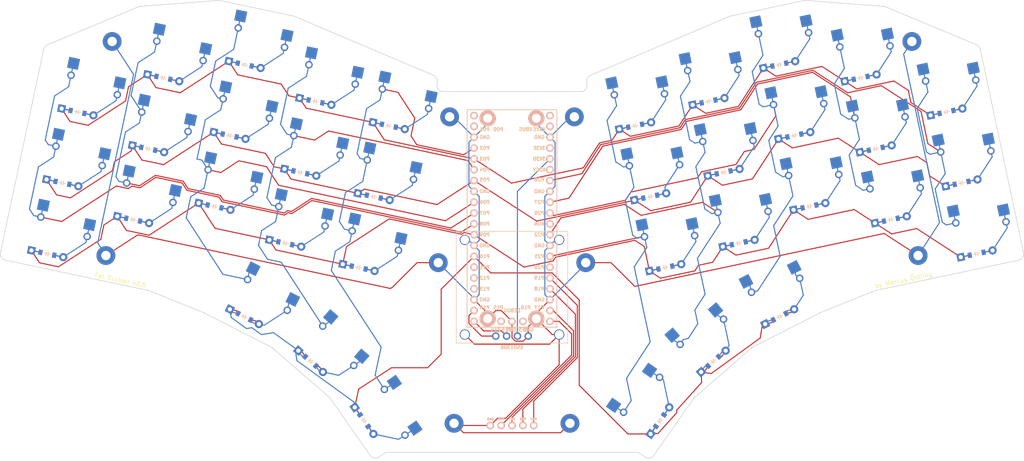
<source format=kicad_pcb>
(kicad_pcb (version 20240108) (generator "pcbnew") (generator_version "8.0")
  (title_block (title "Fat Crusiur") (date "2024-08-22") (rev "vc.0.0") (company "Marcus Östling") (comment 1 "https://github.com/mackeper/keyboards"))
  (layers (0 "F.Cu" signal) (31 "B.Cu" signal) (34 "B.Paste" user) (35 "F.Paste" user) (36 "B.SilkS" user "B.Silkscreen") (37 "F.SilkS" user "F.Silkscreen") (38 "B.Mask" user) (39 "F.Mask" user) (44 "Edge.Cuts" user))
  (net 0 "")
  (net 1 "P8")
  (net 2 "pinky_bottom")
  (net 3 "pinky_home")
  (net 4 "pinky_top")
  (net 5 "P7")
  (net 6 "ring_bottom")
  (net 7 "ring_home")
  (net 8 "ring_top")
  (net 9 "P6")
  (net 10 "middle_bottom")
  (net 11 "middle_home")
  (net 12 "middle_top")
  (net 13 "P4")
  (net 14 "index_bottom")
  (net 15 "index_home")
  (net 16 "index_top")
  (net 17 "P2")
  (net 18 "far_bottom")
  (net 19 "far_home")
  (net 20 "far_top")
  (net 21 "middle_thumb")
  (net 22 "index_thumb")
  (net 23 "far_thumb")
  (net 24 "P28")
  (net 25 "mirror_pinky_bottom")
  (net 26 "mirror_pinky_home")
  (net 27 "mirror_pinky_top")
  (net 28 "P27")
  (net 29 "mirror_ring_bottom")
  (net 30 "mirror_ring_home")
  (net 31 "mirror_ring_top")
  (net 32 "P26")
  (net 33 "mirror_middle_bottom")
  (net 34 "mirror_middle_home")
  (net 35 "mirror_middle_top")
  (net 36 "P22")
  (net 37 "mirror_index_bottom")
  (net 38 "mirror_index_home")
  (net 39 "mirror_index_top")
  (net 40 "P21")
  (net 41 "mirror_far_bottom")
  (net 42 "mirror_far_home")
  (net 43 "mirror_far_top")
  (net 44 "mirror_middle_thumb")
  (net 45 "mirror_index_thumb")
  (net 46 "mirror_far_thumb")
  (net 47 "P9")
  (net 48 "P5")
  (net 49 "P3")
  (net 50 "P10")
  (net 51 "GND")
  (net 52 "VBUS")
  (net 53 "VSYS")
  (net 54 "3V3_EN")
  (net 55 "3V3_OUT")
  (net 56 "ADC_VREF")
  (net 57 "RUN")
  (net 58 "P0")
  (net 59 "P1")
  (net 60 "P11")
  (net 61 "P12")
  (net 62 "P13")
  (net 63 "P14")
  (net 64 "P15")
  (net 65 "P16")
  (net 66 "P17")
  (net 67 "P18")
  (net 68 "P19")
  (net 69 "P20")
  (net 70 "SWDIO")
  (net 71 "SWCLOCK")
  (footprint "PG1350" (layer "F.Cu") (at 51.774196 77.224143 -12)
    (property "Reference" "S3" (hide yes))
    (property "Value" "" (hide yes))
  )
  (footprint "MountingHole_Pad_Via" (layer "F.Cu") (at 58.847527 65.590551 -12)
    (property "Reference" "MH9" (hide yes))
    (property "Value" "")
  )
  (footprint "ComboDiode" (layer "F.Cu") (at 50.734636 82.114883 -12)
    (property "Reference" "D3" (hide yes))
    (property "Value" "" (hide yes))
  )
  (footprint "ComboDiode" (layer "F.Cu") (at 99.396376 112.905063 -12)
    (property "Reference" "D10" (hide yes))
    (property "Value" "" (hide yes))
  )
  (footprint "MountingHole_Pad_Via" (layer "F.Cu") (at 57.38002 115.782246 -12)
    (property "Reference" "MH1" (hide yes))
    (property "Value" "")
  )
  (footprint "PG1350" (layer "F.Cu") (at 260.304666 110.481162 12)
    (property "Reference" "S19" (hide yes))
    (property "Value" "" (hide yes))
  )
  (footprint "PG1350" (layer "F.Cu") (at 221.141028 99.381175 12)
    (property "Reference" "S25" (hide yes))
    (property "Value" "" (hide yes))
  )
  (footprint "MountingHole_Pad_Via" (layer "F.Cu") (at 247.629847 115.782241 12)
    (property "Reference" "MH2" (hide yes))
    (property "Value" "")
  )
  (footprint "ComboDiode" (layer "F.Cu") (at 237.708125 90.748026 12)
    (property "Reference" "D23" (hide yes))
    (property "Value" "" (hide yes))
  )
  (footprint "MountingHole_Pad_Via" (layer "F.Cu") (at 166.081054 155.124783 55)
    (property "Reference" "MH8" (hide yes))
    (property "Value" "")
  )
  (footprint "ComboDiode" (layer "F.Cu") (at 215.195868 130.118558 27)
    (property "Reference" "D34" (hide yes))
    (property "Value" "" (hide yes))
  )
  (footprint "PG1350" (layer "F.Cu") (at 214.07203 66.124157 12)
    (property "Reference" "S27" (hide yes))
    (property "Value" "" (hide yes))
  )
  (footprint "PG1350" (layer "F.Cu") (at 180.314101 80.456015 12)
    (property "Reference" "S33" (hide yes))
    (property "Value" "" (hide yes))
  )
  (footprint "ComboDiode" (layer "F.Cu") (at 234.173627 74.119518 12)
    (property "Reference" "D24" (hide yes))
    (property "Value" "" (hide yes))
  )
  (footprint "ComboDiode" (layer "F.Cu") (at 218.646088 87.643407 12)
    (property "Reference" "D26" (hide yes))
    (property "Value" "" (hide yes))
  )
  (footprint "PG1350" (layer "F.Cu") (at 64.806798 102.485796 -12)
    (property "Reference" "S4" (hide yes))
    (property "Value" "" (hide yes))
  )
  (footprint "ComboDiode" (layer "F.Cu") (at 181.35366 85.346749 12)
    (property "Reference" "D33" (hide yes))
    (property "Value" "" (hide yes))
  )
  (footprint "PG1350" (layer "F.Cu") (at 201.039435 91.385816 12)
    (property "Reference" "S29" (hide yes))
    (property "Value" "" (hide yes))
  )
  (footprint "PG1350" (layer "F.Cu") (at 233.134068 69.22878 12)
    (property "Reference" "S24" (hide yes))
    (property "Value" "" (hide yes))
  )
  (footprint "ComboDiode" (layer "F.Cu") (at 116.587209 118.603772 -12)
    (property "Reference" "D13" (hide yes))
    (property "Value" "" (hide yes))
  )
  (footprint "PG1350" (layer "F.Cu") (at 68.341296 85.857287 -12)
    (property "Reference" "S5" (hide yes))
    (property "Value" "" (hide yes))
  )
  (footprint "PG1350" (layer "F.Cu") (at 121.953842 151.629031 -55)
    (property "Reference" "S18" (hide yes))
    (property "Value" "" (hide yes))
  )
  (footprint "PG1350" (layer "F.Cu") (at 83.868831 99.381181 -12)
    (property "Reference" "S7" (hide yes))
    (property "Value" "" (hide yes))
  )
  (footprint "PG1350" (layer "F.Cu") (at 92.083947 125.663525 -27)
    (property "Reference" "S16" (hide yes))
    (property "Value" "" (hide yes))
  )
  (footprint "ComboDiode" (layer "F.Cu") (at 89.813996 130.118564 -27)
    (property "Reference" "D16" (hide yes))
    (property "Value" "" (hide yes))
  )
  (footprint "ComboDiode" (layer "F.Cu") (at 187.151788 154.496915 55)
    (property "Reference" "D36" (hide yes))
    (property "Value" "" (hide yes))
  )
  (footprint "ComboDiode" (layer "F.Cu") (at 222.180583 104.271914 12)
    (property "Reference" "D25" (hide yes))
    (property "Value" "" (hide yes))
  )
  (footprint "ComboDiode" (layer "F.Cu") (at 215.111588 71.014898 12)
    (property "Reference" "D27" (hide yes))
    (property "Value" "" (hide yes))
  )
  (footprint "MountingHole_Pad_Via" (layer "F.Cu") (at 157.584931 155.62903)
    (property "Reference" "_5" (hide yes))
    (property "Value" "")
  )
  (footprint "ComboDiode" (layer "F.Cu") (at 67.30174 90.748023 -12)
    (property "Reference" "D5" (hide yes))
    (property "Value" "" (hide yes))
  )
  (footprint "ComboDiode" (layer "F.Cu") (at 123.656207 85.346752 -12)
    (property "Reference" "D15" (hide yes))
    (property "Value" "" (hide yes))
  )
  (footprint "PG1350" (layer "F.Cu") (at 253.235665 77.22414 12)
    (property "Reference" "S21" (hide yes))
    (property "Value" "" (hide yes))
  )
  (footprint "PG1350" (layer "F.Cu") (at 108.612973 136.812497 -41)
    (property "Reference" "S17" (hide yes))
    (property "Value" "" (hide yes))
  )
  (footprint "PG1350" (layer "F.Cu") (at 71.875795 69.228779 -12)
    (property "Reference" "S6" (hide yes))
    (property "Value" "" (hide yes))
  )
  (footprint "ComboDiode" (layer "F.Cu") (at 241.242626 107.376535 12)
    (property "Reference" "D22" (hide yes))
    (property "Value" "" (hide yes))
  )
  (footprint "PG1350" (layer "F.Cu") (at 121.161267 97.084525 -12)
    (property "Reference" "S14" (hide yes))
    (property "Value" "" (hide yes))
  )
  (footprint "ComboDiode" (layer "F.Cu") (at 105.332682 140.586046 -41)
    (property "Reference" "D17" (hide yes))
    (property "Value" "" (hide yes))
  )
  (footprint "OLED_SSD1306" (layer "F.Cu") (at 152.504932 123.213036)
    (property "Reference" "OLED1" (hide yes))
    (property "Value" "" (hide yes))
  )
  (footprint "ComboDiode" (layer "F.Cu") (at 70.836238 74.119519 -12)
    (property "Reference" "D6" (hide yes))
    (property "Value" "" (hide yes))
  )
  (footprint "ComboDiode" (layer "F.Cu") (at 63.767237 107.376538 -12)
    (property "Reference" "D4" (hide yes))
    (property "Value" "" (hide yes))
  )
  (footprint "ComboDiode" (layer "F.Cu") (at 102.930872 96.276555 -12)
    (property "Reference" "D11" (hide yes))
    (property "Value" "" (hide yes))
  )
  (footprint "PG1350" (layer "F.Cu") (at 183.056024 151.629025 55)
    (property "Reference" "S36" (hide yes))
    (property "Value" "" (hide yes))
  )
  (footprint "rp2040pico" (layer "F.Cu") (at 152.504934 107.08452 -90)
    (property "Reference" "MCU1" (hide yes))
    (property "Value" "" (hide yes))
  )
  (footprint "PG1350" (layer "F.Cu") (at 90.937835 66.124157 -12)
    (property "Reference" "S9" (hide yes))
    (property "Value" "" (hide yes))
  )
  (footprint "text" (layer "F.Cu") (at 244.253188 121.540112 12)
    (property "Reference" "T2" (hide yes))
    (property "Value" "" (hide yes))
  )
  (footprint "MountingHole_Pad_Via" (layer "F.Cu") (at 246.162335 65.590549 12)
    (property "Reference" "MH10" (hide yes))
    (property "Value" "")
  )
  (footprint "MountingHole_Pad_Via" (layer "F.Cu") (at 169.776437 117.455445 12)
    (property "Reference" "MH4" (hide yes))
    (property "Value" "")
  )
  (footprint "PG1350" (layer "F.Cu") (at 196.396888 136.812496 41)
    (property "Reference" "S35" (hide yes))
    (property "Value" "" (hide yes))
  )
  (footprint "PG1350" (layer "F.Cu") (at 100.435935 108.014327 -12)
    (property "Reference" "S10" (hide yes))
    (property "Value" "" (hide yes))
  )
  (footprint "PG1350" (layer "F.Cu") (at 117.626766 113.71303 -12)
    (property "Reference" "S13" (hide yes))
    (property "Value" "" (hide yes))
  )
  (footprint "PG1350" (layer "F.Cu") (at 183.848596 97.084522 12)
    (property "Reference" "S32" (hide yes))
    (property "Value" "" (hide yes))
  )
  (footprint "MountingHole_Pad_Via" (layer "F.Cu") (at 167.109106 83.26282 12)
    (property "Reference" "MH6" (hide yes))
    (property "Value" "")
  )
  (footprint "MountingHole_Pad_Via" (layer "F.Cu") (at 138.928816 155.124787 -55)
    (property "Reference" "MH7" (hide yes))
    (property "Value" "")
  )
  (footprint "text" (layer "F.Cu") (at 60.75668 121.540111 -12)
    (property "Reference" "T1" (hide yes))
    (property "Value" "" (hide yes))
  )
  (footprint "ComboDiode" (layer "F.Cu") (at 205.613488 112.905065 12)
    (property "Reference" "D28" (hide yes))
    (property "Value" "" (hide yes))
  )
  (footprint "MountingHole_Pad_Via" (layer "F.Cu") (at 152.504931 155.629027)
    (property "Reference" "_3" (hide yes))
    (property "Value" "")
  )
  (footprint "ComboDiode" (layer "F.Cu") (at 261.344222 115.371901 12)
    (property "Reference" "D19" (hide yes))
    (property "Value" "" (hide yes))
  )
  (footprint "MountingHole_Pad_Via" (layer "F.Cu") (at 155.04493 155.629032)
    (property "Reference" "_4" (hide yes))
    (property "Value" "")
  )
  (footprint "PG1350" (layer "F.Cu") (at 124.695765 80.456012 -12)
    (property "Reference" "S15" (hide yes))
    (property "Value" "" (hide yes))
  )
  (footprint "PG1350" (layer "F.Cu") (at 256.770167 93.852651 12)
    (property "Reference" "S20" (hide yes))
    (property "Value" "" (hide yes))
  )
  (footprint "ComboDiode" (layer "F.Cu") (at 188.422655 118.603771 12)
    (property "Reference" "D31" (hide yes))
    (property "Value" "" (hide yes))
  )
  (footprint "PG1350" (layer "F.Cu") (at 44.705197 110.481157 -12)
    (property "Reference" "S1" (hide yes))
    (property "Value" "" (hide yes))
  )
  (footprint "PG1350" (layer "F.Cu") (at 48.239699 93.852654 -12)
    (property "Reference" "S2" (hide yes))
    (property "Value" "" (hide yes))
  )
  (footprint "ComboDiode" (layer "F.Cu") (at 106.465376 79.648043 -12)
    (property "Reference" "D12" (hide yes))
    (property "Value" "" (hide yes))
  )
  (footprint "ComboDiode" (layer "F.Cu") (at 47.200145 98.743392 -12)
    (property "Reference" "D2" (hide yes))
    (property "Value" "" (hide yes))
  )
  (footprint "PG1350" (layer "F.Cu") (at 217.606529 82.752671 12)
    (property "Reference" "S26" (hide yes))
    (property "Value" "" (hide yes))
  )
  (footprint "PG1350" (layer "F.Cu") (at 197.50493 74.757306 12)
    (property "Reference" "S30" (hide yes))
    (property "Value" "" (hide yes))
  )
  (footprint "ComboDiode" (layer "F.Cu") (at 117.858077 154.496912 -55)
    (property "Reference" "D18" (hide yes))
    (property "Value" "" (hide yes))
  )
  (footprint "ComboDiode" (layer "F.Cu") (at 198.544493 79.648045 12)
    (property "Reference" "D30" (hide yes))
    (property "Value" "" (hide yes))
  )
  (footprint "PG1350" (layer "F.Cu") (at 187.383097 113.713027 12)
    (property "Reference" "S31" (hide yes))
    (property "Value" "" (hide yes))
  )
  (footprint "PG1350" (layer "F.Cu") (at 87.403337 82.752671 -12)
    (property "Reference" "S8" (hide yes))
    (property "Value" "" (hide yes))
  )
  (footprint "ComboDiode" (layer "F.Cu") (at 184.888159 101.975262 12)
    (property "Reference" "D32" (hide yes))
    (property "Value" "" (hide yes))
  )
  (footprint "PG1350" (layer "F.Cu") (at 236.668564 85.857291 12)
    (property "Reference" "S23" (hide yes))
    (property "Value" "" (hide yes))
  )
  (footprint "PG1350" (layer "F.Cu") (at 103.970429 91.385816 -12)
    (property "Reference" "S11" (hide yes))
    (property "Value" "" (hide yes))
  )
  (footprint "ComboDiode" (layer "F.Cu") (at 82.829277 104.271913 -12)
    (property "Reference" "D7" (hide yes))
    (property "Value" "" (hide yes))
  )
  (footprint "PG1350" (layer "F.Cu") (at 204.573932 108.014326 12)
    (property "Reference" "S28" (hide yes))
    (property "Value" "" (hide yes))
  )
  (footprint "MountingHole_Pad_Via" (layer "F.Cu") (at 137.900758 83.26282 -12)
    (property "Reference" "MH5" (hide yes))
    (property "Value" "")
  )
  (footprint "ComboDiode" (layer "F.Cu") (at 43.665642 115.371897 -12)
    (property "Reference" "D1" (hide yes))
    (property "Value" "" (hide yes))
  )
  (footprint "ComboDiode" (layer "F.Cu") (at 89.898272 71.014899 -12)
    (property "Reference" "D9" (hide yes))
    (property "Value" "" (hide yes))
  )
  (footprint "ComboDiode" (layer "F.Cu") (at 120.121708 101.97526 -12)
    (property "Reference" "D14" (hide yes))
    (property "Value" "" (hide yes))
  )
  (footprint "ComboDiode" (layer "F.Cu") (at 202.07899 96.276554 12)
    (property "Reference" "D29" (hide yes))
    (property "Value" "" (hide yes))
  )
  (footprint "PG1350" (layer "F.Cu") (at 212.925913 125.663525 27)
    (property "Reference" "S34" (hide yes))
    (property "Value" "" (hide yes))
  )
  (footprint "MountingHole_Pad_Via" (layer "F.Cu") (at 147.424929 155.629028)
    (property "Reference" "_1" (hide yes))
    (property "Value" "")
  )
  (footprint "MountingHole_Pad_Via" (layer "F.Cu") (at 149.964932 155.629032)
    (property "Reference" "_2" (hide yes))
    (property "Value" "")
  )
  (footprint "ComboDiode" (layer "F.Cu") (at 86.363776 87.643407 -12)
    (property "Reference" "D8" (hide yes))
    (property "Value" "" (hide yes))
  )
  (footprint "ComboDiode" (layer "F.Cu") (at 257.809722 98.743392 12)
    (property "Reference" "D20" (hide yes))
    (property "Value" "" (hide yes))
  )
  (footprint "MountingHole_Pad_Via" (layer "F.Cu") (at 135.233428 117.455446 -12)
    (property "Reference" "MH3" (hide yes))
    (property "Value" "")
  )
  (footprint "ComboDiode" (layer "F.Cu") (at 254.275226 82.114883 12)
    (property "Reference" "D21" (hide yes))
    (property "Value" "" (hide yes))
  )
  (footprint "PG1350" (layer "F.Cu") (at 240.203066 102.485801 12)
    (property "Reference" "S22" (hide yes))
    (property "Value" "" (hide yes))
  )
  (footprint "PG1350" (layer "F.Cu") (at 107.50493 74.757306 -12)
    (property "Reference" "S12" (hide yes))
    (property "Value" "" (hide yes))
  )
  (footprint "ComboDiode" (layer "F.Cu") (at 199.677184 140.586042 41)
    (property "Reference" "D35" (hide yes))
    (property "Value" "" (hide yes))
  )
  (gr_line (start 170.881628 73.529783) (end 203.36846 59.737573) (stroke (width 0.15)) (layer "Edge.Cuts"))
  (gr_line (start 271.168689 116.861836) (end 237.551873 124.007315) (stroke (width 0.15)) (layer "Edge.Cuts"))
  (gr_line (start 109.68986 149.01123) (end 96.38309 137.443828) (stroke (width 0.15)) (layer "Edge.Cuts"))
  (gr_arc (start 109.68986 149.01123) (mid 109.820488 149.139598) (end 109.934498 149.282928) (stroke (width 0.15)) (layer "Edge.Cuts"))
  (gr_line (start 32.685826 115.08275) (end 42.813998 67.433439) (stroke (width 0.15)) (layer "Edge.Cuts"))
  (gr_arc (start 239.576169 57.361936) (mid 239.812187 57.399214) (end 240.039291 57.473495) (stroke (width 0.15)) (layer "Edge.Cuts"))
  (gr_line (start 67.457994 124.007307) (end 33.841178 116.861838) (stroke (width 0.15)) (layer "Edge.Cuts"))
  (gr_arc (start 33.841176 116.861833) (mid 32.895041 116.211572) (end 32.685826 115.08275) (stroke (width 0.15)) (layer "Edge.Cuts"))
  (gr_arc (start 83.686153 55.955315) (mid 83.90073 55.954173) (end 84.113275 55.983657) (stroke (width 0.15)) (layer "Edge.Cuts"))
  (gr_arc (start 261.30702 66.3613) (mid 261.883413 66.787964) (end 262.195865 67.433443) (stroke (width 0.15)) (layer "Edge.Cuts"))
  (gr_line (start 84.113275 55.983657) (end 101.367087 59.651071) (stroke (width 0.15)) (layer "Edge.Cuts"))
  (gr_line (start 181.598565 161.926635) (end 123.411303 161.926637) (stroke (width 0.15)) (layer "Edge.Cuts"))
  (gr_line (start 224.746365 129.180479) (end 208.92988 137.239383) (stroke (width 0.15)) (layer "Edge.Cuts"))
  (gr_line (start 101.641405 59.737568) (end 134.128236 73.529779) (stroke (width 0.15)) (layer "Edge.Cuts"))
  (gr_line (start 65.433699 57.361935) (end 83.686153 55.955315) (stroke (width 0.15)) (layer "Edge.Cuts"))
  (gr_arc (start 195.075365 149.28293) (mid 195.189376 149.139598) (end 195.320003 149.011227) (stroke (width 0.15)) (layer "Edge.Cuts"))
  (gr_arc (start 136.411786 77.338665) (mid 135.246067 76.782645) (end 134.944568 75.526796) (stroke (width 0.15)) (layer "Edge.Cuts"))
  (gr_line (start 195.075365 149.282927) (end 185.716992 162.648073) (stroke (width 0.15)) (layer "Edge.Cuts"))
  (gr_arc (start 181.598565 161.926635) (mid 182.049622 161.99606) (end 182.458924 162.197909) (stroke (width 0.15)) (layer "Edge.Cuts"))
  (gr_line (start 96.079986 137.23938) (end 80.263499 129.180479) (stroke (width 0.15)) (layer "Edge.Cuts"))
  (gr_arc (start 42.813998 67.433439) (mid 43.126451 66.787963) (end 43.702842 66.3613) (stroke (width 0.15)) (layer "Edge.Cuts"))
  (gr_arc (start 122.550937 162.197907) (mid 122.960244 161.99606) (end 123.411303 161.926637) (stroke (width 0.15)) (layer "Edge.Cuts"))
  (gr_line (start 221.323711 55.955313) (end 239.576169 57.361936) (stroke (width 0.15)) (layer "Edge.Cuts"))
  (gr_line (start 80.146136 129.12691) (end 67.709752 124.084449) (stroke (width 0.15)) (layer "Edge.Cuts"))
  (gr_arc (start 80.146136 129.12691) (mid 80.205393 129.152434) (end 80.263499 129.180479) (stroke (width 0.15)) (layer "Edge.Cuts"))
  (gr_line (start 183.627897 163.01643) (end 182.458924 162.197909) (stroke (width 0.15)) (layer "Edge.Cuts"))
  (gr_arc (start 121.381964 163.016434) (mid 120.261123 163.264919) (end 119.292869 162.648066) (stroke (width 0.15)) (layer "Edge.Cuts"))
  (gr_line (start 122.550937 162.197907) (end 121.381963 163.016432) (stroke (width 0.15)) (layer "Edge.Cuts"))
  (gr_line (start 136.41179 77.338663) (end 168.598075 77.338662) (stroke (width 0.15)) (layer "Edge.Cuts"))
  (gr_line (start 43.702842 66.3613) (end 64.970571 57.473492) (stroke (width 0.15)) (layer "Edge.Cuts"))
  (gr_line (start 237.300111 124.084452) (end 224.863727 129.12691) (stroke (width 0.15)) (layer "Edge.Cuts"))
  (gr_line (start 240.039291 57.473495) (end 261.30702 66.3613) (stroke (width 0.15)) (layer "Edge.Cuts"))
  (gr_arc (start 101.367087 59.651071) (mid 101.506323 59.687731) (end 101.641403 59.737569) (stroke (width 0.15)) (layer "Edge.Cuts"))
  (gr_arc (start 67.457996 124.007309) (mid 67.58557 124.040344) (end 67.709752 124.084449) (stroke (width 0.15)) (layer "Edge.Cuts"))
  (gr_arc (start 272.324043 115.082744) (mid 272.114828 116.211572) (end 271.168689 116.861836) (stroke (width 0.15)) (layer "Edge.Cuts"))
  (gr_arc (start 185.71699 162.648069) (mid 184.748734 163.264912) (end 183.627897 163.01643) (stroke (width 0.15)) (layer "Edge.Cuts"))
  (gr_arc (start 96.079986 137.23938) (mid 96.237791 137.332334) (end 96.38309 137.443828) (stroke (width 0.15)) (layer "Edge.Cuts"))
  (gr_line (start 135.009277 75.22237) (end 134.944568 75.526796) (stroke (width 0.15)) (layer "Edge.Cuts"))
  (gr_arc (start 203.36846 59.737569) (mid 203.50354 59.687728) (end 203.642776 59.65107) (stroke (width 0.15)) (layer "Edge.Cuts"))
  (gr_arc (start 237.300113 124.08445) (mid 237.424297 124.040345) (end 237.551873 124.007315) (stroke (width 0.15)) (layer "Edge.Cuts"))
  (gr_line (start 262.195865 67.433443) (end 272.324038 115.082746) (stroke (width 0.15)) (layer "Edge.Cuts"))
  (gr_arc (start 170.065297 75.526794) (mid 169.763796 76.782645) (end 168.598075 77.338662) (stroke (width 0.15)) (layer "Edge.Cuts"))
  (gr_arc (start 64.970571 57.473492) (mid 65.197678 57.39921) (end 65.433699 57.361935) (stroke (width 0.15)) (layer "Edge.Cuts"))
  (gr_line (start 203.642776 59.65107) (end 220.896591 55.983655) (stroke (width 0.15)) (layer "Edge.Cuts"))
  (gr_arc (start 170.000592 75.222377) (mid 170.137273 74.217927) (end 170.881628 73.529783) (stroke (width 0.15)) (layer "Edge.Cuts"))
  (gr_arc (start 224.746365 129.180479) (mid 224.804469 129.152431) (end 224.863727 129.12691) (stroke (width 0.15)) (layer "Edge.Cuts"))
  (gr_line (start 119.292869 162.648066) (end 109.934498 149.282923) (stroke (width 0.15)) (layer "Edge.Cuts"))
  (gr_arc (start 208.626777 137.443827) (mid 208.772076 137.332335) (end 208.92988 137.239383) (stroke (width 0.15)) (layer "Edge.Cuts"))
  (gr_arc (start 134.128238 73.529784) (mid 134.872589 74.217923) (end 135.009277 75.22237) (stroke (width 0.15)) (layer "Edge.Cuts"))
  (gr_line (start 170.065296 75.526795) (end 170.000589 75.222367) (stroke (width 0.15)) (layer "Edge.Cuts"))
  (gr_line (start 208.626777 137.443827) (end 195.320003 149.011227) (stroke (width 0.15)) (layer "Edge.Cuts"))
  (gr_arc (start 220.896589 55.983658) (mid 221.109135 55.954171) (end 221.323714 55.955317) (stroke (width 0.15)) (layer "Edge.Cuts"))
  (segment (start 62.626452 100.081235) (end 59.818858 99.484465) (width 0.25) (layer "F.Cu") (net 1))
  (segment (start 63.517537 99.502559) (end 62.626452 100.081235) (width 0.25) (layer "F.Cu") (net 1))
  (segment (start 59.818858 99.484465) (end 47.010962 107.802009) (width 0.25) (layer "F.Cu") (net 1))
  (segment (start 100.960222 105.925278) (end 100.05328 105.732498) (width 0.25) (layer "F.Cu") (net 1))
  (segment (start 83.888699 102.088286) (end 76.356964 100.487369) (width 0.25) (layer "F.Cu") (net 1))
  (segment (start 75.240119 98.767585) (end 69.089479 97.460224) (width 0.25) (layer "F.Cu") (net 1))
  (segment (start 69.089479 97.460224) (end 65.346067 99.891221) (width 0.25) (layer "F.Cu") (net 1))
  (segment (start 140.604141 110.309753) (end 105.649633 102.879941) (width 0.25) (layer "F.Cu") (net 1))
  (segment (start 47.010962 107.802009) (end 42.146292 106.767994) (width 0.25) (layer "F.Cu") (net 1))
  (segment (start 100.05328 105.732498) (end 99.218645 106.274518) (width 0.25) (layer "F.Cu") (net 1))
  (segment (start 105.649633 102.879941) (end 100.960222 105.925278) (width 0.25) (layer "F.Cu") (net 1))
  (segment (start 65.346067 99.891221) (end 63.517537 99.502559) (width 0.25) (layer "F.Cu") (net 1))
  (segment (start 99.218645 106.274518) (end 84.58767 103.164609) (width 0.25) (layer "F.Cu") (net 1))
  (segment (start 84.58767 103.164609) (end 83.888699 102.088286) (width 0.25) (layer "F.Cu") (net 1))
  (segment (start 76.356964 100.487369) (end 75.240119 98.767585) (width 0.25) (layer "F.Cu") (net 1))
  (segment (start 143.614932 108.354524) (end 140.604141 110.309753) (width 0.25) (layer "F.Cu") (net 1))
  (segment (start 45.680793 90.139483) (end 43.871064 89.754814) (width 0.25) (layer "B.Cu") (net 1))
  (segment (start 41.572725 95.00675) (end 45.138414 92.691163) (width 0.25) (layer "B.Cu") (net 1))
  (segment (start 40.483282 106.414507) (end 39.477226 104.865307) (width 0.25) (layer "B.Cu") (net 1))
  (segment (start 39.477226 104.865307) (end 41.572725 95.00675) (width 0.25) (layer "B.Cu") (net 1))
  (segment (start 49.215289 73.510974) (end 49.80784 70.72325) (width 0.25) (layer "B.Cu") (net 1))
  (segment (start 43.173092 88.680036) (end 45.368785 78.350125) (width 0.25) (layer "B.Cu") (net 1))
  (segment (start 45.368785 78.350125) (end 48.637963 76.227095) (width 0.25) (layer "B.Cu") (net 1))
  (segment (start 42.146296 106.767992) (end 42.738842 103.98027) (width 0.25) (layer "B.Cu") (net 1))
  (segment (start 48.637963 76.227095) (end 49.215293 73.510968) (width 0.25) (layer "B.Cu") (net 1))
  (segment (start 42.146292 106.767994) (end 40.483282 106.414507) (width 0.25) (layer "B.Cu") (net 1))
  (segment (start 45.680793 90.139483) (end 46.273342 87.35176) (width 0.25) (layer "B.Cu") (net 1))
  (segment (start 43.871064 89.754814) (end 43.173092 88.680036) (width 0.25) (layer "B.Cu") (net 1))
  (segment (start 45.138414 92.691163) (end 45.680793 90.139483) (width 0.25) (layer "B.Cu") (net 1))
  (segment (start 45.221823 115.714952) (end 45.203499 115.733278) (width 0.25) (layer "F.Cu") (net 2))
  (segment (start 45.279587 115.714952) (end 47.392382 116.16404) (width 0.25) (layer "F.Cu") (net 2))
  (segment (start 45.279587 115.714952) (end 45.221823 115.714952) (width 0.25) (layer "F.Cu") (net 2))
  (segment (start 47.392382 116.16404) (end 47.392385 116.164045) (width 0.25) (layer "F.Cu") (net 2))
  (segment (start 52.688139 112.724944) (end 52.98649 111.321295) (width 0.25) (layer "B.Cu") (net 2))
  (segment (start 47.392385 116.164043) (end 52.688139 112.724944) (width 0.25) (layer "B.Cu") (net 2))
  (segment (start 52.98649 111.321295) (end 53.579035 108.533575) (width 0.25) (layer "B.Cu") (net 2))
  (segment (start 45.279586 115.714956) (end 47.392385 116.164043) (width 0.25) (layer "B.Cu") (net 2))
  (segment (start 50.926884 99.535533) (end 50.926887 99.535537) (width 0.25) (layer "F.Cu") (net 3))
  (segment (start 48.81409 99.086445) (end 50.926884 99.535533) (width 0.25) (layer "F.Cu") (net 3))
  (segment (start 56.520989 94.692787) (end 57.113536 91.905068) (width 0.25) (layer "B.Cu") (net 3))
  (segment (start 48.814084 99.086442) (end 50.926885 99.535534) (width 0.25) (layer "B.Cu") (net 3))
  (segment (start 50.926885 99.535534) (end 56.222637 96.096432) (width 0.25) (layer "B.Cu") (net 3))
  (segment (start 56.222637 96.096432) (end 56.520989 94.692787) (width 0.25) (layer "B.Cu") (net 3))
  (segment (start 54.461377 82.907024) (end 54.46138 82.907029) (width 0.25) (layer "F.Cu") (net 4))
  (segment (start 52.348582 82.457936) (end 54.461377 82.907024) (width 0.25) (layer "F.Cu") (net 4))
  (segment (start 59.757135 79.467923) (end 60.055489 78.064277) (width 0.25) (layer "B.Cu") (net 4))
  (segment (start 54.46138 82.907029) (end 59.757135 79.467923) (width 0.25) (layer "B.Cu") (net 4))
  (segment (start 52.348583 82.457932) (end 54.46138 82.907025) (width 0.25) (layer "B.Cu") (net 4))
  (segment (start 60.05549 78.064277) (end 60.648039 75.276558) (width 0.25) (layer "B.Cu") (net 4))
  (segment (start 105.56087 102.40102) (end 107.441646 102.800788) (width 0.25) (layer "F.Cu") (net 5))
  (segment (start 99.129878 105.7956) (end 99.964517 105.253578) (width 0.25) (layer "F.Cu") (net 5))
  (segment (start 76.632843 100.085953) (end 84.164579 101.686878) (width 0.25) (layer "F.Cu") (net 5))
  (segment (start 75.516004 98.36617) (end 76.632843 100.085953) (width 0.25) (layer "F.Cu") (net 5))
  (segment (start 138.191111 109.336793) (end 143.614932 105.81452) (width 0.25) (layer "F.Cu") (net 5))
  (segment (start 99.964517 105.253578) (end 100.871464 105.446355) (width 0.25) (layer "F.Cu") (net 5))
  (segment (start 84.863552 102.763198) (end 99.129878 105.7956) (width 0.25) (layer "F.Cu") (net 5))
  (segment (start 106.805848 102.665647) (end 138.191111 109.336793) (width 0.25) (layer "F.Cu") (net 5))
  (segment (start 84.164579 101.686878) (end 84.863552 102.763198) (width 0.25) (layer "F.Cu") (net 5))
  (segment (start 65.257307 99.412303) (end 69.000719 96.981301) (width 0.25) (layer "F.Cu") (net 5))
  (segment (start 100.871464 105.446355) (end 105.56087 102.40102) (width 0.25) (layer "F.Cu") (net 5))
  (segment (start 69.000719 96.981301) (end 75.516004 98.36617) (width 0.25) (layer "F.Cu") (net 5))
  (segment (start 62.247891 98.77263) (end 65.257307 99.412303) (width 0.25) (layer "F.Cu") (net 5))
  (segment (start 59.74019 97.313184) (end 61.970837 86.818824) (width 0.25) (layer "B.Cu") (net 5))
  (segment (start 65.240013 84.695799) (end 65.782385 82.14412) (width 0.25) (layer "B.Cu") (net 5))
  (segment (start 65.782389 82.144122) (end 66.374937 79.356397) (width 0.25) (layer "B.Cu") (net 5))
  (segment (start 69.316887 65.515615) (end 69.909437 62.727893) (width 0.25) (layer "B.Cu") (net 5))
  (segment (start 63.274241 78.281914) (end 64.912303 70.575437) (width 0.25) (layer "B.Cu") (net 5))
  (segment (start 61.970837 86.818824) (end 65.240013 84.695799) (width 0.25) (layer "B.Cu") (net 5))
  (segment (start 64.912303 70.575437) (end 68.774515 68.067289) (width 0.25) (layer "B.Cu") (net 5))
  (segment (start 68.774515 68.067289) (end 69.316891 65.515613) (width 0.25) (layer "B.Cu") (net 5))
  (segment (start 62.24789 98.772628) (end 62.840438 95.984907) (width 0.25) (layer "B.Cu") (net 5))
  (segment (start 65.782385 82.14412) (end 63.274241 78.281914) (width 0.25) (layer "B.Cu") (net 5))
  (segment (start 60.438164 98.387965) (end 59.74019 97.313184) (width 0.25) (layer "B.Cu") (net 5))
  (segment (start 62.247891 98.77263) (end 60.438164 98.387965) (width 0.25) (layer "B.Cu") (net 5))
  (segment (start 67.493977 108.168681) (end 67.493981 108.168684) (width 0.25) (layer "F.Cu") (net 6))
  (segment (start 65.381183 107.719593) (end 67.493977 108.168681) (width 0.25) (layer "F.Cu") (net 6))
  (segment (start 73.088088 103.325935) (end 73.680639 100.538213) (width 0.25) (layer "B.Cu") (net 6))
  (segment (start 67.493982 108.168678) (end 72.789735 104.729578) (width 0.25) (layer "B.Cu") (net 6))
  (segment (start 65.381186 107.719592) (end 67.493982 108.168678) (width 0.25) (layer "B.Cu") (net 6))
  (segment (start 72.789735 104.729578) (end 73.088088 103.325935) (width 0.25) (layer "B.Cu") (net 6))
  (segment (start 71.02848 91.54017) (end 71.028481 91.540171) (width 0.25) (layer "F.Cu") (net 7))
  (segment (start 68.915685 91.09108) (end 71.02848 91.54017) (width 0.25) (layer "F.Cu") (net 7))
  (segment (start 68.91568 91.091086) (end 71.028479 91.540174) (width 0.25) (layer "B.Cu") (net 7))
  (segment (start 71.028479 91.540174) (end 76.324235 88.101075) (width 0.25) (layer "B.Cu") (net 7))
  (segment (start 76.324235 88.101075) (end 76.622587 86.697429) (width 0.25) (layer "B.Cu") (net 7))
  (segment (start 76.622587 86.697429) (end 77.215134 83.909709) (width 0.25) (layer "B.Cu") (net 7))
  (segment (start 72.450184 74.462573) (end 74.562979 74.911662) (width 0.25) (layer "F.Cu") (net 8))
  (segment (start 74.562979 74.911662) (end 74.56298 74.911666) (width 0.25) (layer "F.Cu") (net 8))
  (segment (start 74.562979 74.911667) (end 79.858732 71.472564) (width 0.25) (layer "B.Cu") (net 8))
  (segment (start 72.450181 74.462574) (end 74.562979 74.911667) (width 0.25) (layer "B.Cu") (net 8))
  (segment (start 79.858732 71.472564) (end 80.157085 70.068918) (width 0.25) (layer "B.Cu") (net 8))
  (segment (start 80.157085 70.068918) (end 80.749635 67.281198) (width 0.25) (layer "B.Cu") (net 8))
  (segment (start 97.840203 99.311106) (end 95.003556 94.943056) (width 0.25) (layer "F.Cu") (net 9))
  (segment (start 88.537179 93.568585) (end 84.319345 96.307678) (width 0.25) (layer "F.Cu") (net 9))
  (segment (start 84.319345 96.307678) (end 81.309925 95.668008) (width 0.25) (layer "F.Cu") (net 9))
  (segment (start 95.003556 94.943056) (end 88.537179 93.568585) (width 0.25) (layer "F.Cu") (net 9))
  (segment (start 136.925204 107.618882) (end 97.840203 99.311106) (width 0.25) (layer "F.Cu") (net 9))
  (segment (start 143.61493 103.274523) (end 136.925204 107.618882) (width 0.25) (layer "F.Cu") (net 9))
  (segment (start 80.677057 83.945277) (end 84.302053 81.591179) (width 0.25) (layer "B.Cu") (net 9))
  (segment (start 84.302053 81.591179) (end 84.844428 79.0395) (width 0.25) (layer "B.Cu") (net 9))
  (segment (start 84.844429 79.039502) (end 85.436976 76.251778) (width 0.25) (layer "B.Cu") (net 9))
  (segment (start 87.310886 67.435732) (end 88.378926 62.410991) (width 0.25) (layer "B.Cu") (net 9))
  (segment (start 84.79624 120.186641) (end 76.197195 106.945269) (width 0.25) (layer "B.Cu") (net 9))
  (segment (start 83.092858 70.174951) (end 87.310886 67.435732) (width 0.25) (layer "B.Cu") (net 9))
  (segment (start 83.572678 78.769183) (end 81.834892 76.093222) (width 0.25) (layer "B.Cu") (net 9))
  (segment (start 81.834892 76.093222) (end 83.092858 70.174951) (width 0.25) (layer "B.Cu") (net 9))
  (segment (start 90.573274 121.414587) (end 90.992266 119.443369) (width 0.25) (layer "B.Cu") (net 9))
  (segment (start 76.197195 106.945269) (end 77.247144 102.005627) (width 0.25) (layer "B.Cu") (net 9))
  (segment (start 81.309925 95.668008) (end 79.841721 93.407167) (width 0.25) (layer "B.Cu") (net 9))
  (segment (start 81.309925 95.668008) (end 81.902475 92.88029) (width 0.25) (layer "B.Cu") (net 9))
  (segment (start 84.844428 79.0395) (end 83.572678 78.769183) (width 0.25) (layer "B.Cu") (net 9))
  (segment (start 78.716699 93.16804) (end 80.677057 83.945277) (width 0.25) (layer "B.Cu") (net 9))
  (segment (start 90.992266 119.443369) (end 91.867146 118.875218) (width 0.25) (layer "B.Cu") (net 9))
  (segment (start 77.247144 102.005627) (end 80.397719 99.959619) (width 0.25) (layer "B.Cu") (net 9))
  (segment (start 90.573273 121.414589) (end 84.79624 120.186641) (width 0.25) (layer "B.Cu") (net 9))
  (segment (start 79.841721 93.407167) (end 78.716699 93.16804) (width 0.25) (layer "B.Cu") (net 9))
  (segment (start 88.378927 62.41099) (end 88.971475 59.623267) (width 0.25) (layer "B.Cu") (net 9))
  (segment (start 80.397719 99.959619) (end 81.309925 95.668008) (width 0.25) (layer "B.Cu") (net 9))
  (segment (start 86.556018 105.064057) (end 86.55602 105.064059) (width 0.25) (layer "F.Cu") (net 10))
  (segment (start 84.443223 104.614967) (end 86.556018 105.064057) (width 0.25) (layer "F.Cu") (net 10))
  (segment (start 86.55602 105.064057) (end 91.851776 101.624951) (width 0.25) (layer "B.Cu") (net 10))
  (segment (start 92.150126 100.221311) (end 92.742672 97.433592) (width 0.25) (layer "B.Cu") (net 10))
  (segment (start 86.55602 105.064057) (end 84.443222 104.614971) (width 0.25) (layer "B.Cu") (net 10))
  (segment (start 91.851776 101.624951) (end 92.150126 100.221311) (width 0.25) (layer "B.Cu") (net 10))
  (segment (start 87.977721 87.98646) (end 90.090516 88.435548) (width 0.25) (layer "F.Cu") (net 11))
  (segment (start 90.090516 88.435548) (end 90.090519 88.435553) (width 0.25) (layer "F.Cu") (net 11))
  (segment (start 95.386272 84.996448) (end 95.684626 83.592808) (width 0.25) (layer "B.Cu") (net 11))
  (segment (start 90.090515 88.435551) (end 95.386272 84.996448) (width 0.25) (layer "B.Cu") (net 11))
  (segment (start 87.97772 87.986462) (end 90.090515 88.435551) (width 0.25) (layer "B.Cu") (net 11))
  (segment (start 95.684626 83.592808) (end 96.277175 80.805081) (width 0.25) (layer "B.Cu") (net 11))
  (segment (start 93.625014 71.807041) (end 93.625015 71.807043) (width 0.25) (layer "F.Cu") (net 12))
  (segment (start 91.512217 71.35795) (end 93.625014 71.807041) (width 0.25) (layer "F.Cu") (net 12))
  (segment (start 93.625016 71.80704) (end 98.920771 68.367941) (width 0.25) (layer "B.Cu") (net 12))
  (segment (start 98.920771 68.367941) (end 99.219126 66.964297) (width 0.25) (layer "B.Cu") (net 12))
  (segment (start 99.219126 66.964297) (end 99.811675 64.176574) (width 0.25) (layer "B.Cu") (net 12))
  (segment (start 91.512218 71.357952) (end 93.625016 71.80704) (width 0.25) (layer "B.Cu") (net 12))
  (segment (start 109.545185 86.583763) (end 142.236944 93.532608) (width 0.25) (layer "F.Cu") (net 13))
  (segment (start 101.411526 87.672648) (end 106.276192 88.706669) (width 0.25) (layer "F.Cu") (net 13))
  (segment (start 142.236944 93.532608) (end 143.614929 95.654524) (width 0.25) (layer "F.Cu") (net 13))
  (segment (start 106.276192 88.706669) (end 109.545185 86.583763) (width 0.25) (layer "F.Cu") (net 13))
  (segment (start 101.411526 87.672648) (end 99.797426 87.329561) (width 0.25) (layer "B.Cu") (net 13))
  (segment (start 104.368697 73.760256) (end 104.946024 71.044138) (width 0.25) (layer "B.Cu") (net 13))
  (segment (start 95.092424 102.220561) (end 97.090597 92.819887) (width 0.25) (layer "B.Cu") (net 13))
  (segment (start 93.144672 113.30789) (end 93.861968 109.93328) (width 0.25) (layer "B.Cu") (net 13))
  (segment (start 95.242029 116.667368) (end 93.08537 113.346403) (width 0.25) (layer "B.Cu") (net 13))
  (segment (start 96.214019 103.947675) (end 95.092424 102.220561) (width 0.25) (layer "B.Cu") (net 13))
  (segment (start 104.946024 71.044138) (end 105.538575 68.256418) (width 0.25) (layer "B.Cu") (net 13))
  (segment (start 99.797426 87.329561) (end 98.290708 85.009418) (width 0.25) (layer "B.Cu") (net 13))
  (segment (start 97.877025 104.301158) (end 96.214019 103.947675) (width 0.25) (layer "B.Cu") (net 13))
  (segment (start 101.411524 87.672649) (end 102.004074 84.884925) (width 0.25) (layer "B.Cu") (net 13))
  (segment (start 98.290708 85.009418) (end 100.091368 76.537986) (width 0.25) (layer "B.Cu") (net 13))
  (segment (start 108.175084 132.324302) (end 109.813874 131.260063) (width 0.25) (layer "B.Cu") (net 13))
  (segment (start 97.877026 104.301155) (end 98.469577 101.513433) (width 0.25) (layer "B.Cu") (net 13))
  (segment (start 109.813874 131.260063) (end 110.044854 130.173384) (width 0.25) (layer "B.Cu") (net 13))
  (segment (start 98.450191 117.34928) (end 95.242029 116.667368) (width 0.25) (layer "B.Cu") (net 13))
  (segment (start 97.131146 107.810253) (end 97.877025 104.301158) (width 0.25) (layer "B.Cu") (net 13))
  (segment (start 108.175084 132.324302) (end 98.450191 117.34928) (width 0.25) (layer "B.Cu") (net 13))
  (segment (start 97.090597 92.819887) (end 100.834194 90.388763) (width 0.25) (layer "B.Cu") (net 13))
  (segment (start 93.08537 113.346403) (end 93.144672 113.30789) (width 0.25) (layer "B.Cu") (net 13))
  (segment (start 100.834194 90.388763) (end 101.411526 87.672648) (width 0.25) (layer "B.Cu") (net 13))
  (segment (start 100.091368 76.537986) (end 104.368697 73.760256) (width 0.25) (layer "B.Cu") (net 13))
  (segment (start 93.861968 109.93328) (end 97.131146 107.810253) (width 0.25) (layer "B.Cu") (net 13))
  (segment (start 103.123115 113.697205) (end 103.123118 113.69721) (width 0.25) (layer "F.Cu") (net 14))
  (segment (start 101.010322 113.248118) (end 103.123115 113.697205) (width 0.25) (layer "F.Cu") (net 14))
  (segment (start 101.010324 113.248114) (end 103.123116 113.697203) (width 0.25) (layer "B.Cu") (net 14))
  (segment (start 108.418874 110.258104) (end 108.717226 108.854463) (width 0.25) (layer "B.Cu") (net 14))
  (segment (start 108.717223 108.854459) (end 109.309778 106.06674) (width 0.25) (layer "B.Cu") (net 14))
  (segment (start 103.123119 113.697209) (end 108.418874 110.258104) (width 0.25) (layer "B.Cu") (net 14))
  (segment (start 106.657614 97.068698) (end 106.657616 97.068698) (width 0.25) (layer "F.Cu") (net 15))
  (segment (start 104.544821 96.61961) (end 106.657614 97.068698) (width 0.25) (layer "F.Cu") (net 15))
  (segment (start 106.657616 97.068696) (end 104.544817 96.619607) (width 0.25) (layer "B.Cu") (net 15))
  (segment (start 112.251722 92.22595) (end 112.844271 89.438229) (width 0.25) (layer "B.Cu") (net 15))
  (segment (start 111.953373 93.629595) (end 112.251722 92.22595) (width 0.25) (layer "B.Cu") (net 15))
  (segment (start 106.657616 97.068696) (end 111.953373 93.629595) (width 0.25) (layer "B.Cu") (net 15))
  (segment (start 108.079323 79.991099) (end 110.192117 80.440187) (width 0.25) (layer "F.Cu") (net 16))
  (segment (start 110.192117 80.440187) (end 110.192117 80.44019) (width 0.25) (layer "F.Cu") (net 16))
  (segment (start 108.079315 79.991096) (end 110.192117 80.440194) (width 0.25) (layer "B.Cu") (net 16))
  (segment (start 115.487868 77.001082) (end 110.192117 80.440194) (width 0.25) (layer "B.Cu") (net 16))
  (segment (start 115.786223 75.597441) (end 115.487868 77.001082) (width 0.25) (layer "B.Cu") (net 16))
  (segment (start 115.786223 75.597441) (end 116.378774 72.809723) (width 0.25) (layer "B.Cu") (net 16))
  (segment (start 128.844576 87.721184) (end 130.195994 89.802187) (width 0.25) (layer "F.Cu") (net 17))
  (segment (start 122.136858 76.742843) (end 122.084846 76.987535) (width 0.25) (layer "F.Cu") (net 17))
  (segment (start 125.798711 77.521197) (end 129.72692 83.570094) (width 0.25) (layer "F.Cu") (net 17))
  (segment (start 122.136858 76.742843) (end 125.798711 77.521197) (width 0.25) (layer "F.Cu") (net 17))
  (segment (start 141.2019 92.14156) (end 143.614932 90.57452) (width 0.25) (layer "F.Cu") (net 17))
  (segment (start 130.195994 89.802187) (end 141.2019 92.14156) (width 0.25) (layer "F.Cu") (net 17))
  (segment (start 129.72692 83.570094) (end 128.844576 87.721184) (width 0.25) (layer "F.Cu") (net 17))
  (segment (start 122.084846 76.987535) (end 122.388064 77.454448) (width 0.25) (layer "F.Cu") (net 17))
  (segment (start 121.594481 79.294524) (end 122.136858 76.742843) (width 0.25) (layer "B.Cu") (net 17))
  (segment (start 118.60236 93.371353) (end 119.194907 90.583632) (width 0.25) (layer "B.Cu") (net 17))
  (segment (start 113.25813 109.615191) (end 112.059509 107.769477) (width 0.25) (layer "B.Cu") (net 17))
  (segment (start 113.494202 101.019779) (end 117.534318 98.396096) (width 0.25) (layer "B.Cu") (net 17))
  (segment (start 118.443911 81.340524) (end 121.594481 79.294524) (width 0.25) (layer "B.Cu") (net 17))
  (segment (start 118.60236 93.371353) (end 116.939351 93.017872) (width 0.25) (layer "B.Cu") (net 17))
  (segment (start 115.06786 109.999863) (end 115.66041 107.212142) (width 0.25) (layer "B.Cu") (net 17))
  (segment (start 114.525483 112.551541) (end 115.067861 109.999861) (width 0.25) (layer "B.Cu") (net 17))
  (segment (start 116.202872 91.883788) (end 118.443911 81.340524) (width 0.25) (layer "B.Cu") (net 17))
  (segment (start 122.614749 147.168223) (end 124.920086 145.671117) (width 0.25) (layer "B.Cu") (net 17))
  (segment (start 120.445731 143.828225) (end 121.844395 137.248042) (width 0.25) (layer "B.Cu") (net 17))
  (segment (start 122.136857 76.742843) (end 122.729405 73.95512) (width 0.25) (layer "B.Cu") (net 17))
  (segment (start 122.614751 147.168219) (end 120.445731 143.828225) (width 0.25) (layer "B.Cu") (net 17))
  (segment (start 124.920086 145.671117) (end 124.94933 145.533529) (width 0.25) (layer "B.Cu") (net 17))
  (segment (start 110.175319 119.279251) (end 111.137699 114.751593) (width 0.25) (layer "B.Cu") (net 17))
  (segment (start 117.534318 98.396096) (end 118.60236 93.371353) (width 0.25) (layer "B.Cu") (net 17))
  (segment (start 115.067861 109.999861) (end 113.25813 109.615191) (width 0.25) (layer "B.Cu") (net 17))
  (segment (start 112.059509 107.769477) (end 113.494202 101.019779) (width 0.25) (layer "B.Cu") (net 17))
  (segment (start 116.939351 93.017872) (end 116.202872 91.883788) (width 0.25) (layer "B.Cu") (net 17))
  (segment (start 121.844395 137.248042) (end 110.175319 119.279251) (width 0.25) (layer "B.Cu") (net 17))
  (segment (start 111.137699 114.751593) (end 114.525483 112.551541) (width 0.25) (layer "B.Cu") (net 17))
  (segment (start 118.201155 118.946823) (end 120.313948 119.395914) (width 0.25) (layer "F.Cu") (net 18))
  (segment (start 120.313948 119.395914) (end 120.313953 119.395916) (width 0.25) (layer "F.Cu") (net 18))
  (segment (start 120.31395 119.395914) (end 125.609706 115.95681) (width 0.25) (layer "B.Cu") (net 18))
  (segment (start 125.908059 114.553167) (end 126.500607 111.765447) (width 0.25) (layer "B.Cu") (net 18))
  (segment (start 118.201151 118.946824) (end 120.31395 119.395914) (width 0.25) (layer "B.Cu") (net 18))
  (segment (start 125.609706 115.95681) (end 125.908059 114.553167) (width 0.25) (layer "B.Cu") (net 18))
  (segment (start 123.848448 102.767406) (end 123.84845 102.767406) (width 0.25) (layer "F.Cu") (net 19))
  (segment (start 121.735653 102.318316) (end 123.848448 102.767406) (width 0.25) (layer "F.Cu") (net 19))
  (segment (start 129.442558 97.924657) (end 130.035106 95.136937) (width 0.25) (layer "B.Cu") (net 19))
  (segment (start 123.848449 102.767405) (end 129.144206 99.328299) (width 0.25) (layer "B.Cu") (net 19))
  (segment (start 123.848449 102.767405) (end 121.73565 102.318315) (width 0.25) (layer "B.Cu") (net 19))
  (segment (start 129.144206 99.328299) (end 129.442558 97.924657) (width 0.25) (layer "B.Cu") (net 19))
  (segment (start 127.382947 86.138895) (end 127.382948 86.138897) (width 0.25) (layer "F.Cu") (net 20))
  (segment (start 125.270152 85.689807) (end 127.382947 86.138895) (width 0.25) (layer "F.Cu") (net 20))
  (segment (start 127.382951 86.138892) (end 125.270151 85.689807) (width 0.25) (layer "B.Cu") (net 20))
  (segment (start 132.678702 82.699793) (end 132.977057 81.296149) (width 0.25) (layer "B.Cu") (net 20))
  (segment (start 132.977057 81.296149) (end 133.569606 78.508428) (width 0.25) (layer "B.Cu") (net 20))
  (segment (start 127.382947 86.138897) (end 132.678702 82.699793) (width 0.25) (layer "B.Cu") (net 20))
  (segment (start 92.778131 131.185199) (end 93.208732 131.848267) (width 0.25) (layer "F.Cu") (net 21))
  (segment (start 91.284157 130.867645) (end 92.778131 131.185199) (width 0.25) (layer "F.Cu") (net 21))
  (segment (start 93.208732 131.848263) (end 91.71476 131.53071) (width 0.25) (layer "B.Cu") (net 21))
  (segment (start 100.284614 126.647176) (end 101.159488 126.079024) (width 0.25) (layer "B.Cu") (net 21))
  (segment (start 99.865618 128.618393) (end 100.284614 126.647176) (width 0.25) (layer "B.Cu") (net 21))
  (segment (start 91.71476 131.53071) (end 91.28416 130.867645) (width 0.25) (layer "B.Cu") (net 21))
  (segment (start 93.208732 131.848263) (end 94.476952 132.117835) (width 0.25) (layer "B.Cu") (net 21))
  (segment (start 94.476952 132.117835) (end 99.865618 128.618393) (width 0.25) (layer "B.Cu") (net 21))
  (segment (start 106.577953 141.668544) (end 107.401543 141.843603) (width 0.25) (layer "F.Cu") (net 22))
  (segment (start 107.401543 141.843603) (end 108.208126 143.085632) (width 0.25) (layer "F.Cu") (net 22))
  (segment (start 107.384536 142.910569) (end 106.577952 141.668538) (width 0.25) (layer "B.Cu") (net 22))
  (segment (start 108.208127 143.085629) (end 111.895714 143.86945) (width 0.25) (layer "B.Cu") (net 22))
  (segment (start 115.448649 141.562145) (end 117.087439 140.497908) (width 0.25) (layer "B.Cu") (net 22))
  (segment (start 108.208127 143.085629) (end 107.384536 142.910569) (width 0.25) (layer "B.Cu") (net 22))
  (segment (start 111.895714 143.86945) (end 115.448649 141.562145) (width 0.25) (layer "B.Cu") (net 22))
  (segment (start 117.087439 140.497908) (end 117.31842 139.411225) (width 0.25) (layer "B.Cu") (net 22))
  (segment (start 118.804479 155.848512) (end 118.908756 155.870676) (width 0.25) (layer "F.Cu") (net 23))
  (segment (start 118.908756 155.870676) (end 120.043401 157.617882) (width 0.25) (layer "F.Cu") (net 23))
  (segment (start 120.043402 157.617881) (end 125.931285 158.869391) (width 0.25) (layer "B.Cu") (net 23))
  (segment (start 119.939126 157.595718) (end 118.804481 155.848511) (width 0.25) (layer "B.Cu") (net 23))
  (segment (start 129.742759 156.394192) (end 129.772005 156.256604) (width 0.25) (layer "B.Cu") (net 23))
  (segment (start 120.043402 157.617881) (end 119.939126 157.595718) (width 0.25) (layer "B.Cu") (net 23))
  (segment (start 125.931285 158.869391) (end 127.437419 157.891296) (width 0.25) (layer "B.Cu") (net 23))
  (segment (start 127.437419 157.891296) (end 129.742759 156.394192) (width 0.25) (layer "B.Cu") (net 23))
  (segment (start 209.742343 75.162511) (end 222.999477 72.34462) (width 0.25) (layer "F.Cu") (net 24))
  (segment (start 168.845441 96.610866) (end 173.2907 89.765768) (width 0.25) (layer "F.Cu") (net 24))
  (segment (start 205.814141 81.211416) (end 209.742343 75.162511) (width 0.25) (layer "F.Cu") (net 24))
  (segment (start 193.098223 83.914264) (end 205.814141 81.211416) (width 0.25) (layer "F.Cu") (net 24))
  (segment (start 191.861671 85.818386) (end 193.098223 83.914264) (width 0.25) (layer "F.Cu") (net 24))
  (segment (start 239.00316 75.945966) (end 248.313982 81.992487) (width 0.25) (layer "F.Cu") (net 24))
  (segment (start 161.394935 98.19452) (end 168.845441 96.610866) (width 0.25) (layer "F.Cu") (net 24))
  (segment (start 231.123988 77.620738) (end 239.00316 75.945966) (width 0.25) (layer "F.Cu") (net 24))
  (segment (start 222.999477 72.34462) (end 231.123988 77.620738) (width 0.25) (layer "F.Cu") (net 24))
  (segment (start 248.313982 81.992487) (end 249.920849 89.552203) (width 0.25) (layer "F.Cu") (net 24))
  (segment (start 249.920849 89.552203) (end 252.922203 91.501304) (width 0.25) (layer "F.Cu") (net 24))
  (segment (start 173.2907 89.765768) (end 191.861671 85.818386) (width 0.25) (layer "F.Cu") (net 24))
  (segment (start 252.922203 91.501304) (end 250.401327 92.037134) (width 0.25) (layer "B.Cu") (net 24))
  (segment (start 249.387703 74.872793) (end 249.539104 74.840613) (width 0.25) (layer "B.Cu") (net 24))
  (segment (start 256.456706 108.129811) (end 255.864158 105.342091) (width 0.25) (layer "B.Cu") (net 24))
  (segment (start 247.412195 81.301682) (end 249.930082 77.424474) (width 0.25) (layer "B.Cu") (net 24))
  (segment (start 254.229271 108.603267) (end 253.290162 107.993405) (width 0.25) (layer "B.Cu") (net 24))
  (segment (start 253.290162 107.993405) (end 251.626407 100.166049) (width 0.25) (layer "B.Cu") (net 24))
  (segment (start 249.539104 74.840613) (end 249.640486 74.684494) (width 0.25) (layer "B.Cu") (net 24))
  (segment (start 253.990249 96.526054) (end 252.922203 91.501304) (width 0.25) (layer "B.Cu") (net 24))
  (segment (start 256.456705 108.129813) (end 254.229271 108.603267) (width 0.25) (layer "B.Cu") (net 24))
  (segment (start 252.922205 91.501307) (end 252.329657 88.713581) (width 0.25) (layer "B.Cu") (net 24))
  (segment (start 251.626407 100.166049) (end 253.990249 96.526054) (width 0.25) (layer "B.Cu") (net 24))
  (segment (start 250.401327 92.037134) (end 249.580825 91.504293) (width 0.25) (layer "B.Cu") (net 24))
  (segment (start 249.930082 77.424474) (end 249.387706 74.872795) (width 0.25) (layer "B.Cu") (net 24))
  (segment (start 249.580825 91.504293) (end 247.412195 81.301682) (width 0.25) (layer "B.Cu") (net 24))
  (segment (start 248.795158 72.085074) (end 249.387703 74.872793) (width 0.25) (layer "B.Cu") (net 24))
  (segment (start 262.958166 115.028848) (end 265.070959 114.57976) (width 0.25) (layer "F.Cu") (net 25))
  (segment (start 265.070959 114.57976) (end 265.070962 114.579754) (width 0.25) (layer "F.Cu") (net 25))
  (segment (start 268.211717 107.880358) (end 267.619168 105.092635) (width 0.25) (layer "B.Cu") (net 25))
  (segment (start 265.070966 114.579751) (end 268.510069 109.283997) (width 0.25) (layer "B.Cu") (net 25))
  (segment (start 268.510069 109.283997) (end 268.211717 107.880358) (width 0.25) (layer "B.Cu") (net 25))
  (segment (start 265.070966 114.579751) (end 262.958169 115.028846) (width 0.25) (layer "B.Cu") (net 25))
  (segment (start 261.53646 97.951251) (end 261.536463 97.951245) (width 0.25) (layer "F.Cu") (net 26))
  (segment (start 259.423667 98.400339) (end 261.53646 97.951251) (width 0.25) (layer "F.Cu") (net 26))
  (segment (start 264.975567 92.65549) (end 261.536466 97.951246) (width 0.25) (layer "B.Cu") (net 26))
  (segment (start 264.677215 91.251849) (end 264.975567 92.65549) (width 0.25) (layer "B.Cu") (net 26))
  (segment (start 261.536466 97.951246) (end 259.423667 98.400339) (width 0.25) (layer "B.Cu") (net 26))
  (segment (start 264.677215 91.251849) (end 264.084668 88.464126) (width 0.25) (layer "B.Cu") (net 26))
  (segment (start 255.889171 81.77183) (end 258.001963 81.322742) (width 0.25) (layer "F.Cu") (net 27))
  (segment (start 258.001963 81.322742) (end 258.001967 81.322736) (width 0.25) (layer "F.Cu") (net 27))
  (segment (start 260.550167 71.83562) (end 261.142715 74.623337) (width 0.25) (layer "B.Cu") (net 27))
  (segment (start 258.00197 81.322739) (end 255.889167 81.771826) (width 0.25) (layer "B.Cu") (net 27))
  (segment (start 261.142715 74.623337) (end 261.441068 76.026979) (width 0.25) (layer "B.Cu") (net 27))
  (segment (start 261.441068 76.026979) (end 258.00197 81.322739) (width 0.25) (layer "B.Cu") (net 27))
  (segment (start 193.374106 84.315677) (end 192.137554 86.219796) (width 0.25) (layer "F.Cu") (net 28))
  (segment (start 222.910717 72.823539) (end 210.018225 75.563924) (width 0.25) (layer "F.Cu") (net 28))
  (segment (start 210.018225 75.563924) (end 206.090024 81.612825) (width 0.25) (layer "F.Cu") (net 28))
  (segment (start 232.820607 83.505944) (end 231.773354 78.579005) (width 0.25) (layer "F.Cu") (net 28))
  (segment (start 165.836265 102.330483) (end 161.39493 103.274521) (width 0.25) (layer "F.Cu") (net 28))
  (segment (start 192.137554 86.219796) (end 173.762214 90.125597) (width 0.25) (layer "F.Cu") (net 28))
  (segment (start 173.762214 90.125597) (end 165.836265 102.330483) (width 0.25) (layer "F.Cu") (net 28))
  (segment (start 231.773354 78.579005) (end 222.910717 72.823539) (width 0.25) (layer "F.Cu") (net 28))
  (segment (start 206.090024 81.612825) (end 193.374106 84.315677) (width 0.25) (layer "F.Cu") (net 28))
  (segment (start 236.355109 100.134452) (end 234.763471 100.472765) (width 0.25) (layer "B.Cu") (net 28))
  (segment (start 230.354151 71.902181) (end 229.28611 66.877434) (width 0.25) (layer "B.Cu") (net 28))
  (segment (start 232.820607 83.505947) (end 232.22806 80.718223) (width 0.25) (layer "B.Cu") (net 28))
  (segment (start 227.99031 75.54218) (end 230.354151 71.902181) (width 0.25) (layer "B.Cu") (net 28))
  (segment (start 232.994119 99.323736) (end 231.486295 92.229985) (width 0.25) (layer "B.Cu") (net 28))
  (segment (start 231.486295 92.229985) (end 233.88865 88.530688) (width 0.25) (layer "B.Cu") (net 28))
  (segment (start 233.88865 88.530688) (end 232.820608 83.505945) (width 0.25) (layer "B.Cu") (net 28))
  (segment (start 229.498133 82.635925) (end 227.99031 75.54218) (width 0.25) (layer "B.Cu") (net 28))
  (segment (start 231.326786 83.823463) (end 229.498133 82.635925) (width 0.25) (layer "B.Cu") (net 28))
  (segment (start 236.355105 100.134452) (end 235.762561 97.346733) (width 0.25) (layer "B.Cu") (net 28))
  (segment (start 229.286112 66.877435) (end 228.693563 64.089714) (width 0.25) (layer "B.Cu") (net 28))
  (segment (start 234.763471 100.472765) (end 232.994119 99.323736) (width 0.25) (layer "B.Cu") (net 28))
  (segment (start 232.820608 83.505945) (end 231.326786 83.823463) (width 0.25) (layer "B.Cu") (net 28))
  (segment (start 242.85657 107.033486) (end 244.969364 106.584397) (width 0.25) (layer "F.Cu") (net 29))
  (segment (start 244.969364 106.584397) (end 244.969369 106.584391) (width 0.25) (layer "F.Cu") (net 29))
  (segment (start 244.969369 106.58439) (end 242.856571 107.033487) (width 0.25) (layer "B.Cu") (net 29))
  (segment (start 248.110119 99.884996) (end 247.517569 97.097278) (width 0.25) (layer "B.Cu") (net 29))
  (segment (start 248.408469 101.288641) (end 248.110119 99.884996) (width 0.25) (layer "B.Cu") (net 29))
  (segment (start 244.969369 106.58439) (end 248.408469 101.288641) (width 0.25) (layer "B.Cu") (net 29))
  (segment (start 239.32207 90.404974) (end 241.434862 89.955885) (width 0.25) (layer "F.Cu") (net 30))
  (segment (start 241.434862 89.955885) (end 241.434865 89.955879) (width 0.25) (layer "F.Cu") (net 30))
  (segment (start 239.322069 90.404975) (end 241.434868 89.955888) (width 0.25) (layer "B.Cu") (net 30))
  (segment (start 244.575619 83.256489) (end 243.983068 80.468767) (width 0.25) (layer "B.Cu") (net 30))
  (segment (start 244.87397 84.660127) (end 241.434868 89.955888) (width 0.25) (layer "B.Cu") (net 30))
  (segment (start 244.575619 83.256489) (end 244.87397 84.660127) (width 0.25) (layer "B.Cu") (net 30))
  (segment (start 235.787573 73.776468) (end 237.900366 73.32738) (width 0.25) (layer "F.Cu") (net 31))
  (segment (start 237.900366 73.32738) (end 237.90037 73.327373) (width 0.25) (layer "F.Cu") (net 31))
  (segment (start 237.900369 73.327373) (end 241.339475 68.031618) (width 0.25) (layer "B.Cu") (net 31))
  (segment (start 241.041122 66.627979) (end 240.448571 63.840259) (width 0.25) (layer "B.Cu") (net 31))
  (segment (start 237.90037 73.327375) (end 235.787572 73.776464) (width 0.25) (layer "B.Cu") (net 31))
  (segment (start 241.339475 68.031618) (end 241.04112 66.627978) (width 0.25) (layer "B.Cu") (net 31))
  (segment (start 206.932976 91.386394) (end 204.961098 94.422823) (width 0.25) (layer "F.Cu") (net 32))
  (segment (start 179.077514 102.824054) (end 162.28602 106.393195) (width 0.25) (layer "F.Cu") (net 32))
  (segment (start 195.981506 97.567038) (end 180.331149 100.893624) (width 0.25) (layer "F.Cu") (net 32))
  (segment (start 180.331149 100.893624) (end 179.077514 102.824054) (width 0.25) (layer "F.Cu") (net 32))
  (segment (start 162.28602 106.393195) (end 161.394934 105.81452) (width 0.25) (layer "F.Cu") (net 32))
  (segment (start 213.758571 80.401324) (end 214.312768 83.008612) (width 0.25) (layer "F.Cu") (net 32))
  (segment (start 209.182715 90.908197) (end 206.932976 91.386394) (width 0.25) (layer "F.Cu") (net 32))
  (segment (start 214.312768 83.008612) (end 209.182715 90.908197) (width 0.25) (layer "F.Cu") (net 32))
  (segment (start 204.961098 94.422823) (end 196.912369 96.133633) (width 0.25) (layer "F.Cu") (net 32))
  (segment (start 196.912369 96.133633) (end 195.981506 97.567038) (width 0.25) (layer "F.Cu") (net 32))
  (segment (start 211.335506 80.916358) (end 210.396399 80.306496) (width 0.25) (layer "B.Cu") (net 32))
  (segment (start 208.600498 124.388228) (end 208.181502 122.417006) (width 0.25) (layer "B.Cu") (net 32))
  (segment (start 215.945967 97.316163) (end 214.235921 96.205647) (width 0.25) (layer "B.Cu") (net 32))
  (segment (start 208.181502 122.417006) (end 207.306627 121.848856) (width 0.25) (layer "B.Cu") (net 32))
  (segment (start 215.317284 115.962747) (end 213.789094 108.773179) (width 0.25) (layer "B.Cu") (net 32))
  (segment (start 214.235921 96.205647) (end 212.65533 88.769549) (width 0.25) (layer "B.Cu") (net 32))
  (segment (start 208.600497 124.388225) (end 210.045123 124.08116) (width 0.25) (layer "B.Cu") (net 32))
  (segment (start 218.309595 101.812217) (end 217.293067 97.029831) (width 0.25) (layer "B.Cu") (net 32))
  (segment (start 211.292114 68.797555) (end 210.22407 63.772812) (width 0.25) (layer "B.Cu") (net 32))
  (segment (start 213.758569 80.401325) (end 213.166021 77.613601) (width 0.25) (layer "B.Cu") (net 32))
  (segment (start 210.224073 63.772811) (end 209.63152 60.98509) (width 0.25) (layer "B.Cu") (net 32))
  (segment (start 208.774226 72.674765) (end 211.292114 68.797555) (width 0.25) (layer "B.Cu") (net 32))
  (segment (start 217.293067 97.029831) (end 215.945967 97.316163) (width 0.25) (layer "B.Cu") (net 32))
  (segment (start 214.826611 85.426065) (end 213.758571 80.401324) (width 0.25) (layer "B.Cu") (net 32))
  (segment (start 213.789094 108.773179) (end 218.309595 101.812217) (width 0.25) (layer "B.Cu") (net 32))
  (segment (start 210.045123 124.08116) (end 215.317284 115.962747) (width 0.25) (layer "B.Cu") (net 32))
  (segment (start 217.29307 97.02983) (end 216.70052 94.24211) (width 0.25) (layer "B.Cu") (net 32))
  (segment (start 213.758571 80.401324) (end 211.335506 80.916358) (width 0.25) (layer "B.Cu") (net 32))
  (segment (start 210.396399 80.306496) (end 208.774226 72.674765) (width 0.25) (layer "B.Cu") (net 32))
  (segment (start 212.65533 88.769549) (end 214.826611 85.426065) (width 0.25) (layer "B.Cu") (net 32))
  (segment (start 225.907321 103.479775) (end 225.907325 103.479769) (width 0.25) (layer "F.Cu") (net 33))
  (segment (start 223.794529 103.928863) (end 225.907321 103.479775) (width 0.25) (layer "F.Cu") (net 33))
  (segment (start 229.34643 98.184013) (end 229.048081 96.780372) (width 0.25) (layer "B.Cu") (net 33))
  (segment (start 229.048081 96.780372) (end 228.45553 93.992655) (width 0.25) (layer "B.Cu") (net 33))
  (segment (start 225.907327 103.479771) (end 223.79453 103.928861) (width 0.25) (layer "B.Cu") (net 33))
  (segment (start 225.907327 103.479771) (end 229.34643 98.184013) (width 0.25) (layer "B.Cu") (net 33))
  (segment (start 222.372825 86.851266) (end 222.37283 86.85126) (width 0.25) (layer "F.Cu") (net 34))
  (segment (start 220.260033 87.300354) (end 222.372825 86.851266) (width 0.25) (layer "F.Cu") (net 34))
  (segment (start 225.811933 81.555503) (end 225.513579 80.151865) (width 0.25) (layer "B.Cu") (net 34))
  (segment (start 222.37283 86.85126) (end 225.811933 81.555503) (width 0.25) (layer "B.Cu") (net 34))
  (segment (start 222.37283 86.85126) (end 220.260034 87.300349) (width 0.25) (layer "B.Cu") (net 34))
  (segment (start 225.513579 80.151865) (end 224.921033 77.364149) (width 0.25) (layer "B.Cu") (net 34))
  (segment (start 218.838325 70.222757) (end 218.83833 70.222752) (width 0.25) (layer "F.Cu") (net 35))
  (segment (start 216.725533 70.671846) (end 218.838325 70.222757) (width 0.25) (layer "F.Cu") (net 35))
  (segment (start 218.838332 70.22275) (end 222.277435 64.926996) (width 0.25) (layer "B.Cu") (net 35))
  (segment (start 216.725531 70.671842) (end 218.838332 70.22275) (width 0.25) (layer "B.Cu") (net 35))
  (segment (start 221.979078 63.523361) (end 221.38653 60.735637) (width 0.25) (layer "B.Cu") (net 35))
  (segment (start 222.277435 64.926996) (end 221.979078 63.523361) (width 0.25) (layer "B.Cu") (net 35))
  (segment (start 178.828979 103.796992) (end 163.950337 106.959543) (width 0.25) (layer "F.Cu") (net 36))
  (segment (start 200.725972 105.662981) (end 197.096437 103.305934) (width 0.25) (layer "F.Cu") (net 36))
  (segment (start 197.096437 103.305934) (end 182.763957 106.352392) (width 0.25) (layer "F.Cu") (net 36))
  (segment (start 182.763957 106.352392) (end 178.828979 103.796992) (width 0.25) (layer "F.Cu") (net 36))
  (segment (start 163.950337 106.959543) (end 161.394932 110.89452) (width 0.25) (layer "F.Cu") (net 36))
  (segment (start 201.268346 108.214658) (end 195.939096 116.420987) (width 0.25) (layer "B.Cu") (net 36))
  (segment (start 200.72597 105.662978) (end 200.133421 102.875258) (width 0.25) (layer "B.Cu") (net 36))
  (segment (start 197.733847 91.586147) (end 197.191475 89.03447) (width 0.25) (layer "B.Cu") (net 36))
  (segment (start 195.355298 89.42476) (end 194.119675 88.622336) (width 0.25) (layer "B.Cu") (net 36))
  (segment (start 197.191473 89.034468) (end 196.598924 86.246748) (width 0.25) (layer "B.Cu") (net 36))
  (segment (start 193.656975 72.405961) (end 193.064423 69.618242) (width 0.25) (layer "B.Cu") (net 36))
  (segment (start 190.252645 135.557253) (end 190.021662 134.470569) (width 0.25) (layer "B.Cu") (net 36))
  (segment (start 197.191475 89.03447) (end 195.355298 89.42476) (width 0.25) (layer "B.Cu") (net 36))
  (segment (start 194.19935 74.95764) (end 193.656971 72.40596) (width 0.25) (layer "B.Cu") (net 36))
  (segment (start 200.725972 105.662981) (end 199.329963 105.959712) (width 0.25) (layer "B.Cu") (net 36))
  (segment (start 196.022786 131.781573) (end 193.781967 135.232133) (width 0.25) (layer "B.Cu") (net 36))
  (segment (start 192.635424 135.47584) (end 191.89143 136.62149) (width 0.25) (layer "B.Cu") (net 36))
  (segment (start 195.336679 128.553686) (end 196.022786 131.781573) (width 0.25) (layer "B.Cu") (net 36))
  (segment (start 197.733487 124.862925) (end 195.336679 128.553686) (width 0.25) (layer "B.Cu") (net 36))
  (segment (start 195.562564 94.929636) (end 197.733847 91.586147) (width 0.25) (layer "B.Cu") (net 36))
  (segment (start 193.781967 135.232133) (end 192.635424 135.47584) (width 0.25) (layer "B.Cu") (net 36))
  (segment (start 200.725972 105.662981) (end 201.268346 108.214658) (width 0.25) (layer "B.Cu") (net 36))
  (segment (start 195.939096 116.420987) (end 197.733487 124.862925) (width 0.25) (layer "B.Cu") (net 36))
  (segment (start 194.119675 88.622336) (end 191.951041 78.41973) (width 0.25) (layer "B.Cu") (net 36))
  (segment (start 199.329963 105.959712) (end 197.679217 104.887703) (width 0.25) (layer "B.Cu") (net 36))
  (segment (start 197.679217 104.887703) (end 195.562564 94.929636) (width 0.25) (layer "B.Cu") (net 36))
  (segment (start 191.951041 78.41973) (end 194.19935 74.95764) (width 0.25) (layer "B.Cu") (net 36))
  (segment (start 191.891429 136.621485) (end 190.252645 135.557253) (width 0.25) (layer "B.Cu") (net 36))
  (segment (start 207.227434 112.562014) (end 209.340227 112.112925) (width 0.25) (layer "F.Cu") (net 37))
  (segment (start 209.340227 112.112925) (end 209.340231 112.112921) (width 0.25) (layer "F.Cu") (net 37))
  (segment (start 212.779333 106.817165) (end 212.480981 105.413523) (width 0.25) (layer "B.Cu") (net 37))
  (segment (start 209.340224 112.112921) (end 207.227429 112.562006) (width 0.25) (layer "B.Cu") (net 37))
  (segment (start 209.340224 112.112921) (end 212.779333 106.817165) (width 0.25) (layer "B.Cu") (net 37))
  (segment (start 212.480981 105.413523) (end 211.88843 102.625802) (width 0.25) (layer "B.Cu") (net 37))
  (segment (start 205.80573 95.484409) (end 203.692939 95.933496) (width 0.25) (layer "F.Cu") (net 38))
  (segment (start 203.692939 95.933496) (end 203.692935 95.933502) (width 0.25) (layer "F.Cu") (net 38))
  (segment (start 209.244836 90.18865) (end 208.94648 88.785015) (width 0.25) (layer "B.Cu") (net 38))
  (segment (start 205.805731 95.484408) (end 209.244836 90.18865) (width 0.25) (layer "B.Cu") (net 38))
  (segment (start 203.692934 95.933502) (end 205.805731 95.484408) (width 0.25) (layer "B.Cu") (net 38))
  (segment (start 208.94648 88.785015) (end 208.353932 85.997294) (width 0.25) (layer "B.Cu") (net 38))
  (segment (start 200.158438 79.304994) (end 202.27123 78.855905) (width 0.25) (layer "F.Cu") (net 39))
  (segment (start 202.27123 78.855905) (end 202.271235 78.8559) (width 0.25) (layer "F.Cu") (net 39))
  (segment (start 200.158434 79.304991) (end 202.271232 78.855901) (width 0.25) (layer "B.Cu") (net 39))
  (segment (start 202.271232 78.855901) (end 205.710337 73.560149) (width 0.25) (layer "B.Cu") (net 39))
  (segment (start 205.710337 73.560149) (end 205.411982 72.156504) (width 0.25) (layer "B.Cu") (net 39))
  (segment (start 205.411982 72.156504) (end 204.819434 69.368785) (width 0.25) (layer "B.Cu") (net 39))
  (segment (start 183.427002 111.29146) (end 183.535136 111.36168) (width 0.25) (layer "F.Cu") (net 40))
  (segment (start 161.394931 115.974517) (end 183.427002 111.29146) (width 0.25) (layer "F.Cu") (net 40))
  (segment (start 181.068677 99.757929) (end 180.000634 94.733178) (width 0.25) (layer "B.Cu") (net 40))
  (segment (start 180.430135 149.774312) (end 179.325117 144.575611) (width 0.25) (layer "B.Cu") (net 40))
  (segment (start 179.325117 144.575611) (end 184.874359 136.030529) (width 0.25) (layer "B.Cu") (net 40))
  (segment (start 178.638189 152.533663) (end 180.430135 149.774312) (width 0.25) (layer "B.Cu") (net 40))
  (segment (start 181.135992 118.442905) (end 184.077514 113.91336) (width 0.25) (layer "B.Cu") (net 40))
  (segment (start 184.077514 113.91336) (end 183.535136 111.36168) (width 0.25) (layer "B.Cu") (net 40))
  (segment (start 180.787971 111.033901) (end 179.051444 102.864197) (width 0.25) (layer "B.Cu") (net 40))
  (segment (start 181.845681 111.72079) (end 180.787971 111.033901) (width 0.25) (layer "B.Cu") (net 40))
  (segment (start 177.008516 80.656343) (end 176.466139 78.104669) (width 0.25) (layer "B.Cu") (net 40))
  (segment (start 183.535136 111.36168) (end 181.845681 111.72079) (width 0.25) (layer "B.Cu") (net 40))
  (segment (start 178.638189 152.533663) (end 176.332852 151.036561) (width 0.25) (layer "B.Cu") (net 40))
  (segment (start 180.000634 94.733178) (end 178.65354 95.019511) (width 0.25) (layer "B.Cu") (net 40))
  (segment (start 178.65354 95.019511) (end 176.824884 93.83197) (width 0.25) (layer "B.Cu") (net 40))
  (segment (start 176.46614 78.104667) (end 175.873589 75.316944) (width 0.25) (layer "B.Cu") (net 40))
  (segment (start 179.051444 102.864197) (end 181.068677 99.757929) (width 0.25) (layer "B.Cu") (net 40))
  (segment (start 176.824884 93.83197) (end 174.76021 84.11843) (width 0.25) (layer "B.Cu") (net 40))
  (segment (start 183.535137 111.361684) (end 182.942588 108.573962) (width 0.25) (layer "B.Cu") (net 40))
  (segment (start 180.000637 94.733173) (end 179.408088 91.945454) (width 0.25) (layer "B.Cu") (net 40))
  (segment (start 176.332852 151.036561) (end 176.303607 150.898971) (width 0.25) (layer "B.Cu") (net 40))
  (segment (start 174.76021 84.11843) (end 177.008516 80.656343) (width 0.25) (layer "B.Cu") (net 40))
  (segment (start 184.874359 136.030529) (end 181.135992 118.442905) (width 0.25) (layer "B.Cu") (net 40))
  (segment (start 190.036601 118.260717) (end 192.149393 117.811629) (width 0.25) (layer "F.Cu") (net 41))
  (segment (start 192.149393 117.811629) (end 192.149398 117.811624) (width 0.25) (layer "F.Cu") (net 41))
  (segment (start 190.036597 118.260715) (end 192.149397 117.811625) (width 0.25) (layer "B.Cu") (net 41))
  (segment (start 192.149397 117.811625) (end 195.588501 112.515874) (width 0.25) (layer "B.Cu") (net 41))
  (segment (start 195.290146 111.112228) (end 194.697599 108.324508) (width 0.25) (layer "B.Cu") (net 41))
  (segment (start 195.588501 112.515874) (end 195.290146 111.112228) (width 0.25) (layer "B.Cu") (net 41))
  (segment (start 188.614897 101.183122) (end 188.614901 101.183117) (width 0.25) (layer "F.Cu") (net 42))
  (segment (start 186.502104 101.63221) (end 188.614897 101.183122) (width 0.25) (layer "F.Cu") (net 42))
  (segment (start 188.316545 99.779474) (end 191.755648 94.48372) (width 0.25) (layer "B.Cu") (net 42))
  (segment (start 188.614899 101.183114) (end 188.316545 99.779474) (width 0.25) (layer "B.Cu") (net 42))
  (segment (start 191.755648 94.48372) (end 191.163097 91.695999) (width 0.25) (layer "B.Cu") (net 42))
  (segment (start 188.614899 101.183114) (end 186.502095 101.632204) (width 0.25) (layer "B.Cu") (net 42))
  (segment (start 185.080397 84.554609) (end 185.080401 84.554604) (width 0.25) (layer "F.Cu") (net 43))
  (segment (start 182.967604 85.003698) (end 185.080397 84.554609) (width 0.25) (layer "F.Cu") (net 43))
  (segment (start 188.519502 79.258854) (end 188.22115 77.855213) (width 0.25) (layer "B.Cu") (net 43))
  (segment (start 185.080399 84.554607) (end 188.519502 79.258854) (width 0.25) (layer "B.Cu") (net 43))
  (segment (start 188.22115 77.855213) (end 187.628602 75.067495) (width 0.25) (layer "B.Cu") (net 43))
  (segment (start 185.080399 84.554607) (end 182.9676 85.003694) (width 0.25) (layer "B.Cu") (net 43))
  (segment (start 218.160003 129.05192) (end 218.590603 128.388852) (width 0.25) (layer "F.Cu") (net 44))
  (segment (start 216.666028 129.369475) (end 218.160003 129.05192) (width 0.25) (layer "F.Cu") (net 44))
  (segment (start 219.890401 121.104846) (end 219.865609 120.988199) (width 0.25) (layer "B.Cu") (net 44))
  (segment (start 219.865609 120.988199) (end 218.990731 120.420042) (width 0.25) (layer "B.Cu") (net 44))
  (segment (start 217.096629 128.706409) (end 216.666029 129.369476) (width 0.25) (layer "B.Cu") (net 44))
  (segment (start 218.590601 128.388855) (end 217.096629 128.706409) (width 0.25) (layer "B.Cu") (net 44))
  (segment (start 218.590601 128.388855) (end 220.736346 125.084702) (width 0.25) (layer "B.Cu") (net 44))
  (segment (start 218.990731 120.420042) (end 218.596531 118.565483) (width 0.25) (layer "B.Cu") (net 44))
  (segment (start 220.736346 125.084702) (end 219.890401 121.104846) (width 0.25) (layer "B.Cu") (net 44))
  (segment (start 201.746044 139.328485) (end 202.552628 138.08646) (width 0.25) (layer "F.Cu") (net 45))
  (segment (start 200.922453 139.503546) (end 201.746044 139.328485) (width 0.25) (layer "F.Cu") (net 45))
  (segment (start 202.552626 138.08646) (end 201.729037 138.26152) (width 0.25) (layer "B.Cu") (net 45))
  (segment (start 203.357367 136.847265) (end 202.051656 130.704367) (width 0.25) (layer "B.Cu") (net 45))
  (segment (start 202.051656 130.704367) (end 200.41287 129.640129) (width 0.25) (layer "B.Cu") (net 45))
  (segment (start 200.41287 129.640129) (end 200.181892 128.553448) (width 0.25) (layer "B.Cu") (net 45))
  (segment (start 201.729037 138.26152) (end 200.922456 139.503548) (width 0.25) (layer "B.Cu") (net 45))
  (segment (start 202.552626 138.08646) (end 203.357367 136.847265) (width 0.25) (layer "B.Cu") (net 45))
  (segment (start 188.098189 153.145315) (end 188.202465 153.12315) (width 0.25) (layer "F.Cu") (net 46))
  (segment (start 188.202465 153.12315) (end 189.337113 151.375945) (width 0.25) (layer "F.Cu") (net 46))
  (segment (start 188.098187 153.145314) (end 188.202463 153.123146) (width 0.25) (layer "B.Cu") (net 46))
  (segment (start 187.065131 144.334326) (end 184.759793 142.837222) (width 0.25) (layer "B.Cu") (net 46))
  (segment (start 188.202463 153.123146) (end 189.337111 151.37594) (width 0.25) (layer "B.Cu") (net 46))
  (segment (start 187.964518 144.918392) (end 187.065131 144.334326) (width 0.25) (layer "B.Cu") (net 46))
  (segment (start 189.337111 151.37594) (end 187.964518 144.918392) (width 0.25) (layer "B.Cu") (net 46))
  (segment (start 184.759793 142.837222) (end 184.730548 142.699635) (width 0.25) (layer "B.Cu") (net 46))
  (segment (start 81.215332 103.92886) (end 79.102537 103.479773) (width 0.25) (layer "F.Cu") (net 47))
  (segment (start 237.515885 108.168682) (end 239.628678 107.719594) (width 0.25) (layer "F.Cu") (net 47))
  (segment (start 42.051695 115.028844) (end 39.938901 114.579756) (width 0.25) (layer "F.Cu") (net 47))
  (segment (start 60.040495 106.584394) (end 62.192399 109.898038) (width 0.25) (layer "F.Cu") (net 47))
  (segment (start 199.506221 117.362903) (end 196.180895 118.069721) (width 0.25) (layer "F.Cu") (net 47))
  (segment (start 62.15329 107.033479) (end 62.153293 107.033484) (width 0.25) (layer "F.Cu") (net 47))
  (segment (start 114.973262 118.260715) (end 114.973264 118.260714) (width 0.25) (layer "F.Cu") (net 47))
  (segment (start 95.669633 112.112919) (end 97.210107 114.485036) (width 0.25) (layer "F.Cu") (net 47))
  (segment (start 162.131416 117.04611) (end 155.317731 118.494407) (width 0.25) (layer "F.Cu") (net 47))
  (segment (start 183.476279 113.657996) (end 181.252337 112.213752) (width 0.25) (layer "F.Cu") (net 47))
  (segment (start 39.938901 114.579756) (end 39.9389 114.579754) (width 0.25) (layer "F.Cu") (net 47))
  (segment (start 204.959408 115.692621) (end 201.886746 113.697211) (width 0.25) (layer "F.Cu") (net 47))
  (segment (start 203.99954 113.248123) (end 203.999543 113.248117) (width 0.25) (layer "F.Cu") (net 47))
  (segment (start 212.607252 114.067019) (end 204.959408 115.692621) (width 0.25) (layer "F.Cu") (net 47))
  (segment (start 218.45384 105.064057) (end 212.607252 114.067019) (width 0.25) (layer "F.Cu") (net 47))
  (segment (start 181.252337 112.213752) (end 162.710097 116.155025) (width 0.25) (layer "F.Cu") (net 47))
  (segment (start 241.418789 110.703256) (end 237.515881 108.168683) (width 0.25) (layer "F.Cu") (net 47))
  (segment (start 113.736275 113.691269) (end 123.751081 107.187576) (width 0.25) (layer "F.Cu") (net 47))
  (segment (start 232.641948 105.003515) (end 221.882324 107.290542) (width 0.25) (layer "F.Cu") (net 47))
  (segment (start 186.808707 118.946826) (end 186.80871 118.94682) (width 0.25) (layer "F.Cu") (net 47))
  (segment (start 247.287676 109.455788) (end 241.418789 110.703256) (width 0.25) (layer "F.Cu") (net 47))
  (segment (start 195.333634 119.374385) (end 187.294153 121.083233) (width 0.25) (layer "F.Cu") (net 47))
  (segment (start 257.617478 116.164045) (end 259.730271 115.714956) (width 0.25) (layer "F.Cu") (net 47))
  (segment (start 60.040495 106.584394) (end 56.90476 108.62076) (width 0.25) (layer "F.Cu") (net 47))
  (segment (start 257.617479 116.164042) (end 247.287676 109.455788) (width 0.25) (layer "F.Cu") (net 47))
  (segment (start 184.695911 119.395915) (end 183.476279 113.657996) (width 0.25) (layer "F.Cu") (net 47))
  (segment (start 123.751081 107.187576) (end 140.693918 110.788886) (width 0.25) (layer "F.Cu") (net 47))
  (segment (start 97.782429 112.562004) (end 97.782431 112.562007) (width 0.25) (layer "F.Cu") (net 47))
  (segment (start 112.860468 117.811625) (end 114.973262 118.260715) (width 0.25) (layer "F.Cu") (net 47))
  (segment (start 218.453841 105.06406) (end 220.566635 104.614972) (width 0.25) (layer "F.Cu") (net 47))
  (segment (start 201.886748 113.697212) (end 203.99954 113.248123) (width 0.25) (layer "F.Cu") (net 47))
  (segment (start 82.953714 109.410063) (end 95.669633 112.112919) (width 0.25) (layer "F.Cu") (net 47))
  (segment (start 187.294153 121.083233) (end 184.695913 119.395917) (width 0.25) (layer "F.Cu") (net 47))
  (segment (start 79.102536 103.479769) (end 82.953714 109.410063) (width 0.25) (layer "F.Cu") (net 47))
  (segment (start 237.515881 108.168683) (end 232.641948 105.003515) (width 0.25) (layer "F.Cu") (net 47))
  (segment (start 162.710097 116.155025) (end 162.131416 117.04611) (width 0.25) (layer "F.Cu") (net 47))
  (segment (start 140.693918 110.788886) (end 141.291674 110.400699) (width 0.25) (layer "F.Cu") (net 47))
  (segment (start 259.730271 115.714956) (end 259.730276 115.71495) (width 0.25) (layer "F.Cu") (net 47))
  (segment (start 95.669634 112.112916) (end 97.782429 112.562004) (width 0.25) (layer "F.Cu") (net 47))
  (segment (start 220.566635 104.614972) (end 220.566638 104.614967) (width 0.25) (layer "F.Cu") (net 47))
  (segment (start 56.90476 108.62076) (end 56.192315 111.972547) (width 0.25) (layer "F.Cu") (net 47))
  (segment (start 97.210107 114.485036) (end 112.860465 117.811623) (width 0.25) (layer "F.Cu") (net 47))
  (segment (start 239.628678 107.719594) (end 239.628681 107.719589) (width 0.25) (layer "F.Cu") (net 47))
  (segment (start 67.486478 111.023327) (end 79.102536 103.479769) (width 0.25) (layer "F.Cu") (net 47))
  (segment (start 112.860468 117.811626) (end 113.736275 113.691269) (width 0.25) (layer "F.Cu") (net 47))
  (segment (start 46.261045 118.421988) (end 41.821222 117.478279) (width 0.25) (layer "F.Cu") (net 47))
  (segment (start 155.317731 118.494407) (end 143.614933 110.894522) (width 0.25) (layer "F.Cu") (net 47))
  (segment (start 221.882324 107.290542) (end 218.45384 105.064057) (width 0.25) (layer "F.Cu") (net 47))
  (segment (start 184.695913 119.395915) (end 186.808707 118.946826) (width 0.25) (layer "F.Cu") (net 47))
  (segment (start 56.192315 111.972547) (end 46.261045 118.421988) (width 0.25) (layer "F.Cu") (net 47))
  (segment (start 60.040497 106.584392) (end 62.15329 107.033479) (width 0.25) (layer "F.Cu") (net 47))
  (segment (start 79.102537 103.479773) (end 79.102536 103.479769) (width 0.25) (layer "F.Cu") (net 47))
  (segment (start 141.291674 110.400699) (end 143.614932 110.894521) (width 0.25) (layer "F.Cu") (net 47))
  (segment (start 41.821222 117.478279) (end 39.938902 114.579757) (width 0.25) (layer "F.Cu") (net 47))
  (segment (start 196.180895 118.069721) (end 195.333634 119.374385) (width 0.25) (layer "F.Cu") (net 47))
  (segment (start 201.886746 113.697211) (end 199.506221 117.362903) (width 0.25) (layer "F.Cu") (net 47))
  (segment (start 62.192399 109.898038) (end 67.486478 111.023327) (width 0.25) (layer "F.Cu") (net 47))
  (segment (start 220.566644 104.614971) (end 218.453845 105.064056) (width 0.25) (layer "B.Cu") (net 47))
  (segment (start 203.999542 113.248121) (end 201.886745 113.69721) (width 0.25) (layer "B.Cu") (net 47))
  (segment (start 62.153297 107.033486) (end 60.0405 106.584398) (width 0.25) (layer "B.Cu") (net 47))
  (segment (start 81.215333 103.928862) (end 79.102536 103.479769) (width 0.25) (layer "B.Cu") (net 47))
  (segment (start 97.782431 112.562007) (end 95.669633 112.112922) (width 0.25) (layer "B.Cu") (net 47))
  (segment (start 39.938903 114.579755) (end 42.051698 115.028842) (width 0.25) (layer "B.Cu") (net 47))
  (segment (start 259.730281 115.714952) (end 257.617482 116.164042) (width 0.25) (layer "B.Cu") (net 47))
  (segment (start 114.973264 118.260715) (end 112.860465 117.811623) (width 0.25) (layer "B.Cu") (net 47))
  (segment (start 239.628685 107.719592) (end 237.515885 108.168681) (width 0.25) (layer "B.Cu") (net 47))
  (segment (start 186.808707 118.946828) (end 184.695911 119.395915) (width 0.25) (layer "B.Cu") (net 47))
  (segment (start 198.352248 97.068699) (end 194.31571 103.284419) (width 0.25) (layer "F.Cu") (net 48))
  (segment (start 185.005013 105.263473) (end 181.161417 102.767408) (width 0.25) (layer "F.Cu") (net 48))
  (segment (start 134.950605 103.821202) (end 143.614932 98.19452) (width 0.25) (layer "F.Cu") (net 48))
  (segment (start 198.35225 97.068695) (end 198.352247 97.0687) (width 0.25) (layer "F.Cu") (net 48))
  (segment (start 249.67691 94.002252) (end 247.44604 92.553507) (width 0.25) (layer "F.Cu") (net 48))
  (segment (start 58.923251 95.865879) (end 59.360733 93.807684) (width 0.25) (layer "F.Cu") (net 48))
  (segment (start 238.47732 94.459867) (end 233.981383 91.540174) (width 0.25) (layer "F.Cu") (net 48))
  (segment (start 116.394966 101.183114) (end 118.507761 101.632202) (width 0.25) (layer "F.Cu") (net 48))
  (segment (start 96.792839 94.97187) (end 99.204133 95.484407) (width 0.25) (layer "F.Cu") (net 48))
  (segment (start 65.803926 93.388135) (end 70.90237 94.471842) (width 0.25) (layer "F.Cu") (net 48))
  (segment (start 82.637031 86.851262) (end 84.442329 89.631176) (width 0.25) (layer "F.Cu") (net 48))
  (segment (start 116.394964 101.183119) (end 117.910151 100.199141) (width 0.25) (layer "F.Cu") (net 48))
  (segment (start 63.574998 89.955879) (end 65.687793 90.404966) (width 0.25) (layer "F.Cu") (net 48))
  (segment (start 43.473403 97.951246) (end 45.586197 98.400336) (width 0.25) (layer "F.Cu") (net 48))
  (segment (start 45.586197 98.400336) (end 45.586199 98.400335) (width 0.25) (layer "F.Cu") (net 48))
  (segment (start 214.919344 88.435554) (end 208.841684 97.794331) (width 0.25) (layer "F.Cu") (net 48))
  (segment (start 59.360733 93.807684) (end 63.300037 91.249475) (width 0.25) (layer "F.Cu") (net 48))
  (segment (start 214.919345 88.435551) (end 217.032139 87.986463) (width 0.25) (layer "F.Cu") (net 48))
  (segment (start 100.744608 97.856531) (end 116.394964 101.183119) (width 0.25) (layer "F.Cu") (net 48))
  (segment (start 63.574997 89.95588) (end 65.803926 93.388135) (width 0.25) (layer "F.Cu") (net 48))
  (segment (start 101.316927 95.933496) (end 101.316929 95.9335) (width 0.25) (layer "F.Cu") (net 48))
  (segment (start 208.841684 97.794331) (end 201.78073 99.295183) (width 0.25) (layer "F.Cu") (net 48))
  (segment (start 201.78073 99.295183) (end 198.352248 97.068699) (width 0.25) (layer "F.Cu") (net 48))
  (segment (start 181.161416 102.767408) (end 183.27421 102.318321) (width 0.25) (layer "F.Cu") (net 48))
  (segment (start 94.746961 91.821493) (end 96.792839 94.97187) (width 0.25) (layer "F.Cu") (net 48))
  (segment (start 254.082981 99.535536) (end 250.3358 97.10209) (width 0.25) (layer "F.Cu") (net 48))
  (segment (start 70.90237 94.471842) (end 82.637031 86.851262) (width 0.25) (layer "F.Cu") (net 48))
  (segment (start 49.083909 102.255624) (end 58.923251 95.865879) (width 0.25) (layer "F.Cu") (net 48))
  (segment (start 254.082979 99.535536) (end 256.195772 99.086448) (width 0.25) (layer "F.Cu") (net 48))
  (segment (start 82.637034 86.851262) (end 84.749829 87.30035) (width 0.25) (layer "F.Cu") (net 48))
  (segment (start 158.264489 107.708052) (end 143.614931 98.194518) (width 0.25) (layer "F.Cu") (net 48))
  (segment (start 233.981383 91.540174) (end 228.929541 88.259467) (width 0.25) (layer "F.Cu") (net 48))
  (segment (start 43.473397 97.951245) (end 45.817862 101.561404) (width 0.25) (layer "F.Cu") (net 48))
  (segment (start 118.507761 101.632202) (end 118.507762 101.632207) (width 0.25) (layer "F.Cu") (net 48))
  (segment (start 183.27421 102.318321) (end 183.274214 102.318314) (width 0.25) (layer "F.Cu") (net 48))
  (segment (start 217.032139 87.986463) (end 217.032142 87.986457) (width 0.25) (layer "F.Cu") (net 48))
  (segment (start 256.195772 99.086448) (end 256.195776 99.086442) (width 0.25) (layer "F.Cu") (net 48))
  (segment (start 117.910151 100.199141) (end 134.950605 103.821202) (width 0.25) (layer "F.Cu") (net 48))
  (segment (start 84.442329 89.631176) (end 94.746961 91.821493) (width 0.25) (layer "F.Cu") (net 48))
  (segment (start 200.465044 96.619606) (end 198.35225 97.068695) (width 0.25) (layer "F.Cu") (net 48))
  (segment (start 250.3358 97.10209) (end 249.67691 94.002252) (width 0.25) (layer "F.Cu") (net 48))
  (segment (start 84.749829 87.30035) (end 84.749829 87.300352) (width 0.25) (layer "F.Cu") (net 48))
  (segment (start 65.687793 90.404966) (end 65.687796 90.404971) (width 0.25) (layer "F.Cu") (net 48))
  (segment (start 99.204133 95.484407) (end 100.744608 97.856531) (width 0.25) (layer "F.Cu") (net 48))
  (segment (start 233.981382 91.54017) (end 236.094174 91.091082) (width 0.25) (layer "F.Cu") (net 48))
  (segment (start 63.300037 91.249475) (end 63.574997 89.95588) (width 0.25) (layer "F.Cu") (net 48))
  (segment (start 236.094174 91.091082) (end 236.094179 91.091076) (width 0.25) (layer "F.Cu") (net 48))
  (segment (start 247.44604 92.553507) (end 238.47732 94.459867) (width 0.25) (layer "F.Cu") (net 48))
  (segment (start 45.817862 101.561404) (end 49.083909 102.255624) (width 0.25) (layer "F.Cu") (net 48))
  (segment (start 194.31571 103.284419) (end 185.005013 105.263473) (width 0.25) (layer "F.Cu") (net 48))
  (segment (start 181.105849 102.852974) (end 158.264489 107.708052) (width 0.25) (layer "F.Cu") (net 48))
  (segment (start 218.169918 90.546497) (end 214.919344 88.435554) (width 0.25) (layer "F.Cu") (net 48))
  (segment (start 228.929541 88.259467) (end 218.169918 90.546497) (width 0.25) (layer "F.Cu") (net 48))
  (segment (start 99.204132 95.484407) (end 101.316927 95.933496) (width 0.25) (layer "F.Cu") (net 48))
  (segment (start 181.161415 102.767404) (end 181.105849 102.852974) (width 0.25) (layer "F.Cu") (net 48))
  (segment (start 256.19578 99.086444) (end 254.082979 99.535533) (width 0.25) (layer "B.Cu") (net 48))
  (segment (start 217.032144 87.986462) (end 214.919347 88.435551) (width 0.25) (layer "B.Cu") (net 48))
  (segment (start 118.507765 101.632206) (end 116.394964 101.183119) (width 0.25) (layer "B.Cu") (net 48))
  (segment (start 236.094184 91.091086) (end 233.981384 91.540176) (width 0.25) (layer "B.Cu") (net 48))
  (segment (start 65.687794 90.404974) (end 63.574998 89.955883) (width 0.25) (layer "B.Cu") (net 48))
  (segment (start 200.465044 96.619608) (end 198.352248 97.068695) (width 0.25) (layer "B.Cu") (net 48))
  (segment (start 183.274209 102.318315) (end 181.161412 102.767406) (width 0.25) (layer "B.Cu") (net 48))
  (segment (start 45.586194 98.400334) (end 43.473399 97.951245) (width 0.25) (layer "B.Cu") (net 48))
  (segment (start 101.316932 95.933498) (end 99.204133 95.484408) (width 0.25) (layer "B.Cu") (net 48))
  (segment (start 82.637031 86.851262) (end 84.749834 87.30035) (width 0.25) (layer "B.Cu") (net 48))
  (segment (start 102.738633 78.855901) (end 104.279107 81.228019) (width 0.25) (layer "F.Cu") (net 49))
  (segment (start 245.327487 77.055303) (end 245.934401 79.910605) (width 0.25) (layer "F.Cu") (net 49))
  (segment (start 69.107354 76.403805) (end 74.792688 77.612262) (width 0.25) (layer "F.Cu") (net 49))
  (segment (start 74.792688 77.612262) (end 86.171534 70.22275) (width 0.25) (layer "F.Cu") (net 49))
  (segment (start 169.211316 95.221231) (end 152.370969 98.800761) (width 0.25) (layer "F.Cu") (net 49))
  (segment (start 122.541795 88.604844) (end 122.56473 88.640161) (width 0.25) (layer "F.Cu") (net 49))
  (segment (start 211.384846 71.807043) (end 213.497639 71.357956) (width 0.25) (layer "F.Cu") (net 49))
  (segment (start 122.56473 88.640161) (end 124.128751 88.972606) (width 0.25) (layer "F.Cu") (net 49))
  (segment (start 67.109496 73.327375) (end 69.222292 73.776463) (width 0.25) (layer "F.Cu") (net 49))
  (segment (start 225.098529 71.438397) (end 230.446886 74.911665) (width 0.25) (layer "F.Cu") (net 49))
  (segment (start 232.559679 74.462576) (end 232.559683 74.462572) (width 0.25) (layer "F.Cu") (net 49))
  (segment (start 122.04226 85.003696) (end 122.042261 85.0037) (width 0.25) (layer "F.Cu") (net 49))
  (segment (start 98.453225 75.587312) (end 100.229523 78.322569) (width 0.25) (layer "F.Cu") (net 49))
  (segment (start 86.17153 70.222752) (end 88.284326 70.67184) (width 0.25) (layer "F.Cu") (net 49))
  (segment (start 196.930544 79.991104) (end 196.930547 79.991097) (width 0.25) (layer "F.Cu") (net 49))
  (segment (start 100.229523 78.322569) (end 102.738633 78.855901) (width 0.25) (layer "F.Cu") (net 49))
  (segment (start 88.284326 70.67184) (end 88.284327 70.671841) (width 0.25) (layer "F.Cu") (net 49))
  (segment (start 230.446886 74.911665) (end 233.223035 76.714518) (width 0.25) (layer "F.Cu") (net 49))
  (segment (start 67.109495 73.327372) (end 69.107354 76.403805) (width 0.25) (layer "F.Cu") (net 49))
  (segment (start 122.546215 88.58405) (end 122.541795 88.604844) (width 0.25) (layer "F.Cu") (net 49))
  (segment (start 48.967241 84.339861) (end 53.211428 85.241995) (width 0.25) (layer "F.Cu") (net 49))
  (segment (start 177.626917 86.138895) (end 179.739711 85.689806) (width 0.25) (layer "F.Cu") (net 49))
  (segment (start 61.983325 79.54546) (end 62.69577 76.193681) (width 0.25) (layer "F.Cu") (net 49))
  (segment (start 180.225155 87.826211) (end 191.589961 85.410547) (width 0.25) (layer "F.Cu") (net 49))
  (segment (start 47.007895 81.322735) (end 48.967241 84.339861) (width 0.25) (layer "F.Cu") (net 49))
  (segment (start 88.246414 73.417786) (end 98.453225 75.587312) (width 0.25) (layer "F.Cu") (net 49))
  (segment (start 194.817749 80.440191) (end 197.890412 82.4356) (width 0.25) (layer "F.Cu") (net 49))
  (segment (start 177.626918 86.138893) (end 175.935426 88.743563) (width 0.25) (layer "F.Cu") (net 49))
  (segment (start 211.384848 71.80704) (end 214.338903 73.725429) (width 0.25) (layer "F.Cu") (net 49))
  (segment (start 177.626916 86.138894) (end 180.225155 87.826211) (width 0.25) (layer "F.Cu") (net 49))
  (segment (start 47.007895 81.322738) (end 49.12069 81.771826) (width 0.25) (layer "F.Cu") (net 49))
  (segment (start 191.589961 85.410547) (end 194.817749 80.440191) (width 0.25) (layer "F.Cu") (net 49))
  (segment (start 205.538257 80.810001) (end 211.384848 71.80704) (width 0.25) (layer "F.Cu") (net 49))
  (segment (start 233.223035 76.714518) (end 241.947217 74.86013) (width 0.25) (layer "F.Cu") (net 49))
  (segment (start 252.661277 82.457939) (end 252.66128 82.457934) (width 0.25) (layer "F.Cu") (net 49))
  (segment (start 53.211428 85.241995) (end 61.983325 79.54546) (width 0.25) (layer "F.Cu") (net 49))
  (segment (start 102.738633 78.855899) (end 104.85143 79.304987) (width 0.25) (layer "F.Cu") (net 49))
  (segment (start 49.12069 81.771826) (end 49.120691 81.771828) (width 0.25) (layer "F.Cu") (net 49))
  (segment (start 194.81775 80.44019) (end 196.930544 79.991104) (width 0.25) (layer "F.Cu") (net 49))
  (segment (start 62.69577 76.193681) (end 67.109495 73.327372) (width 0.25) (layer "F.Cu") (net 49))
  (segment (start 69.222292 73.776463) (end 69.222293 73.776466) (width 0.25) (layer "F.Cu") (net 49))
  (segment (start 124.128751 88.972606) (end 143.614933 93.114523) (width 0.25) (layer "F.Cu") (net 49))
  (segment (start 104.85143 79.304987) (end 104.85143 79.30499) (width 0.25) (layer "F.Cu") (net 49))
  (segment (start 197.890412 82.4356) (end 205.538257 80.810001) (width 0.25) (layer "F.Cu") (net 49))
  (segment (start 214.338903 73.725429) (end 225.098529 71.438397) (width 0.25) (layer "F.Cu") (net 49))
  (segment (start 152.370969 98.800761) (end 143.61493 93.114522) (width 0.25) (layer "F.Cu") (net 49))
  (segment (start 104.279107 81.228019) (end 119.929467 84.554607) (width 0.25) (layer "F.Cu") (net 49))
  (segment (start 179.739711 85.689806) (end 179.739715 85.689801) (width 0.25) (layer "F.Cu") (net 49))
  (segment (start 250.548483 82.907027) (end 252.661277 82.457939) (width 0.25) (layer "F.Cu") (net 49))
  (segment (start 213.497639 71.357956) (end 213.497643 71.357948) (width 0.25) (layer "F.Cu") (net 49))
  (segment (start 175.935426 88.743563) (end 173.014816 89.364354) (width 0.25) (layer "F.Cu") (net 49))
  (segment (start 230.446887 74.911664) (end 232.559679 74.462576) (width 0.25) (layer "F.Cu") (net 49))
  (segment (start 241.947217 74.86013) (end 245.327487 77.055303) (width 0.25) (layer "F.Cu") (net 49))
  (segment (start 177.626918 86.138893) (end 177.332419 85.947647) (width 0.25) (layer "F.Cu") (net 49))
  (segment (start 119.929464 84.554608) (end 122.546215 88.58405) (width 0.25) (layer "F.Cu") (net 49))
  (segment (start 119.929464 84.554608) (end 122.04226 85.003696) (width 0.25) (layer "F.Cu") (net 49))
  (segment (start 86.171534 70.22275) (end 88.246414 73.417786) (width 0.25) (layer "F.Cu") (net 49))
  (segment (start 173.014816 89.364354) (end 169.211316 95.221231) (width 0.25) (layer "F.Cu") (net 49))
  (segment (start 245.934401 79.910605) (end 250.548485 82.907025) (width 0.25) (layer "F.Cu") (net 49))
  (segment (start 232.559684 74.462574) (end 230.446886 74.911667) (width 0.25) (layer "B.Cu") (net 49))
  (segment (start 213.497647 71.357949) (end 211.384845 71.807039) (width 0.25) (layer "B.Cu") (net 49))
  (segment (start 86.171534 70.22275) (end 88.284329 70.671842) (width 0.25) (layer "B.Cu") (net 49))
  (segment (start 104.851428 79.304991) (end 102.738633 78.855901) (width 0.25) (layer "B.Cu") (net 49))
  (segment (start 122.042264 85.003696) (end 119.929464 84.554607) (width 0.25) (layer "B.Cu") (net 49))
  (segment (start 177.626914 86.138895) (end 179.739713 85.689806) (width 0.25) (layer "B.Cu") (net 49))
  (segment (start 47.007896 81.322733) (end 49.120693 81.771827) (width 0.25) (layer "B.Cu") (net 49))
  (segment (start 194.817747 80.44019) (end 196.930546 79.991099) (width 0.25) (layer "B.Cu") (net 49))
  (segment (start 67.109494 73.327377) (end 69.222292 73.776466) (width 0.25) (layer "B.Cu") (net 49))
  (segment (start 252.661282 82.45793) (end 250.548484 82.907024) (width 0.25) (layer "B.Cu") (net 49))
  (segment (start 86.419261 128.388858) (end 87.913235 128.70641) (width 0.25) (layer "F.Cu") (net 50))
  (segment (start 185.070736 157.59572) (end 186.205386 155.848513) (width 0.25) (layer "F.Cu") (net 50))
  (segment (start 184.966458 157.617884) (end 179.651192 157.617881) (width 0.25) (layer "F.Cu") (net 50))
  (segment (start 116.581122 147.102395) (end 124.300316 142.089492) (width 0.25) (layer "F.Cu") (net 50))
  (segment (start 197.625331 142.910569) (end 198.431914 141.668541) (width 0.25) (layer "F.Cu") (net 50))
  (segment (start 87.913235 128.70641) (end 88.343836 129.369479) (width 0.25) (layer "F.Cu") (net 50))
  (segment (start 210.645201 135.112588) (end 199.157665 143.458771) (width 0.25) (layer "F.Cu") (net 50))
  (segment (start 199.157665 143.458771) (end 196.80174 143.085628) (width 0.25) (layer "F.Cu") (net 50))
  (segment (start 147.493634 119.853219) (end 143.614934 115.97452) (width 0.25) (layer "F.Cu") (net 50))
  (segment (start 179.651192 157.617881) (end 168.256088 146.22278) (width 0.25) (layer "F.Cu") (net 50))
  (segment (start 191.10095 152.617487) (end 186.679404 157.52811) (width 0.25) (layer "F.Cu") (net 50))
  (segment (start 135.923836 123.66562) (end 143.614934 115.974518) (width 0.25) (layer "F.Cu") (net 50))
  (segment (start 124.300316 142.089492) (end 132.733799 142.08949) (width 0.25) (layer "F.Cu") (net 50))
  (segment (start 132.733799 142.08949) (end 135.923836 138.899457) (width 0.25) (layer "F.Cu") (net 50))
  (segment (start 115.67275 151.375941) (end 116.581122 147.102395) (width 0.25) (layer "F.Cu") (net 50))
  (segment (start 168.256088 146.22278) (end 168.256085 126.216777) (width 0.25) (layer "F.Cu") (net 50))
  (segment (start 161.892528 119.853223) (end 147.493634 119.853219) (width 0.25) (layer "F.Cu") (net 50))
  (segment (start 184.96646 157.617883) (end 185.070736 157.59572) (width 0.25) (layer "F.Cu") (net 50))
  (segment (start 191.071342 152.052581) (end 191.10095 152.617487) (width 0.25) (layer "F.Cu") (net 50))
  (segment (start 196.930638 145.54517) (end 191.071342 152.052581) (width 0.25) (layer "F.Cu") (net 50))
  (segment (start 196.80174 143.085628) (end 196.930638 145.54517) (width 0.25) (layer "F.Cu") (net 50))
  (segment (start 213.295104 131.530708) (end 213.725706 130.867642) (width 0.25) (layer "F.Cu") (net 50))
  (segment (start 196.80174 143.085627) (end 197.625331 142.910569) (width 0.25) (layer "F.Cu") (net 50))
  (segment (start 102.457239 138.08646) (end 103.280829 138.261522) (width 0.25) (layer "F.Cu") (net 50))
  (segment (start 211.801132 131.848262) (end 213.295104 131.530708) (width 0.25) (layer "F.Cu") (net 50))
  (segment (start 115.672752 151.375943) (end 115.777027 151.398106) (width 0.25) (layer "F.Cu") (net 50))
  (segment (start 211.801134 131.848267) (end 211.07914 132.372827) (width 0.25) (layer "F.Cu") (net 50))
  (segment (start 211.07914 132.372827) (end 210.645201 135.112588) (width 0.25) (layer "F.Cu") (net 50))
  (segment (start 186.679404 157.52811) (end 184.966462 157.617882) (width 0.25) (layer "F.Cu") (net 50))
  (segment (start 168.256085 126.216777) (end 161.892528 119.853223) (width 0.25) (layer "F.Cu") (net 50))
  (segment (start 115.777027 151.398106) (end 116.911676 153.145312) (width 0.25) (layer "F.Cu") (net 50))
  (segment (start 103.280829 138.261522) (end 104.087412 139.503548) (width 0.25) (layer "F.Cu") (net 50))
  (segment (start 135.923836 138.899457) (end 135.923836 123.66562) (width 0.25) (layer "F.Cu") (net 50))
  (segment (start 88.343835 129.369474) (end 86.849862 129.051922) (width 0.25) (layer "B.Cu") (net 50))
  (segment (start 116.807402 153.123147) (end 115.672753 151.375944) (width 0.25) (layer "B.Cu") (net 50))
  (segment (start 102.133707 140.442443) (end 115.476446 150.13651) (width 0.25) (layer "B.Cu") (net 50))
  (segment (start 116.911678 153.14531) (end 116.807402 153.123147) (width 0.25) (layer "B.Cu") (net 50))
  (segment (start 198.431913 141.668541) (end 197.608322 141.843601) (width 0.25) (layer "B.Cu") (net 50))
  (segment (start 96.647907 133.865732) (end 93.789768 134.318417) (width 0.25) (layer "B.Cu") (net 50))
  (segment (start 186.205384 155.848509) (end 186.101108 155.870675) (width 0.25) (layer "B.Cu") (net 50))
  (segment (start 101.885247 138.873738) (end 102.133707 140.442443) (width 0.25) (layer "B.Cu") (net 50))
  (segment (start 115.476446 150.13651) (end 115.67275 151.375941) (width 0.25) (layer "B.Cu") (net 50))
  (segment (start 86.721204 130.295267) (end 86.419261 128.388859) (width 0.25) (layer "B.Cu") (net 50))
  (segment (start 186.101108 155.870675) (end 184.966458 157.617879) (width 0.25) (layer "B.Cu") (net 50))
  (segment (start 93.789768 134.318417) (end 91.564974 132.702005) (width 0.25) (layer "B.Cu") (net 50))
  (segment (start 212.231732 131.185202) (end 211.801134 131.848265) (width 0.25) (layer "B.Cu") (net 50))
  (segment (start 91.564974 132.702005) (end 90.307851 132.901117) (width 0.25) (layer "B.Cu") (net 50))
  (segment (start 102.457238 138.086459) (end 96.647907 133.865732) (width 0.25) (layer "B.Cu") (net 50))
  (segment (start 213.725707 130.867648) (end 212.231732 131.185202) (width 0.25) (layer "B.Cu") (net 50))
  (segment (start 103.26382 139.328486) (end 102.457239 138.086459) (width 0.25) (layer "B.Cu") (net 50))
  (segment (start 197.608322 141.843601) (end 196.801741 143.085625) (width 0.25) (layer "B.Cu") (net 50))
  (segment (start 86.849862 129.051922) (end 86.419261 128.388859) (width 0.25) (layer "B.Cu") (net 50))
  (segment (start 102.457238 138.086459) (end 101.885247 138.873738) (width 0.25) (layer "B.Cu") (net 50))
  (segment (start 104.087409 139.503548) (end 103.26382 139.328486) (width 0.25) (layer "B.Cu") (net 50))
  (segment (start 90.307851 132.901117) (end 86.721204 130.295267) (width 0.25) (layer "B.Cu") (net 50))
  (segment (start 138.928816 155.124787) (end 141.128815 157.324787) (width 0.25) (layer "F.Cu") (net 51))
  (segment (start 149.974933 128.68452) (end 152.504928 131.214521) (width 0.25) (layer "F.Cu") (net 51))
  (segment (start 156.314931 134.663029) (end 155.11363 135.864331) (width 0.25) (layer "F.Cu") (net 51))
  (segment (start 147.424929 155.629028) (end 149.104502 153.949457) (width 0.25) (layer "F.Cu") (net 51))
  (segment (start 163.881051 157.324784) (end 166.081054 155.124783) (width 0.25) (layer "F.Cu") (net 51))
  (segment (start 156.314931 134.663029) (end 156.314929 132.474521) (width 0.25) (layer "F.Cu") (net 51))
  (segment (start 152.504933 135.098463) (end 152.504928 131.214521) (width 0.25) (layer "F.Cu") (net 51))
  (segment (start 158.20493 130.584518) (end 161.933443 134.31303) (width 0.25) (layer "F.Cu") (net 51))
  (segment (start 147.424929 155.629028) (end 139.433058 155.629031) (width 0.25) (layer "F.Cu") (net 51))
  (segment (start 124.040362 123.504279) (end 64.859513 110.925003) (width 0.25) (layer "F.Cu") (net 51))
  (segment (start 161.933443 134.31303) (end 163.554932 134.313032) (width 0.25) (layer "F.Cu") (net 51))
  (segment (start 158.204933 130.584521) (end 158.204934 129.324519) (width 0.25) (layer "F.Cu") (net 51))
  (segment (start 156.314929 132.474521) (end 158.20493 130.584518) (width 0.25) (layer "F.Cu") (net 51))
  (segment (start 181.263495 123.021438) (end 239.662683 110.608306) (width 0.25) (layer "F.Cu") (net 51))
  (segment (start 141.454933 134.31303) (end 143.721661 136.579765) (width 0.25) (layer "F.Cu") (net 51))
  (segment (start 124.540663 123.179382) (end 124.040362 123.504279) (width 0.25) (layer "F.Cu") (net 51))
  (segment (start 141.128815 157.324787) (end 163.881051 157.324784) (width 0.25) (layer "F.Cu") (net 51))
  (segment (start 135.233427 117.753014) (end 135.233428 117.455446) (width 0.25) (layer "F.Cu") (net 51))
  (segment (start 155.11363 135.864331) (end 153.270799 135.864333) (width 0.25) (layer "F.Cu") (net 51))
  (segment (start 146.804931 130.584519) (end 146.804932 129.324519) (width 0.25) (layer "F.Cu") (net 51))
  (segment (start 175.697504 117.455444) (end 181.263495 123.021438) (width 0.25) (layer "F.Cu") (net 51))
  (segment (start 151.00811 153.949456) (end 163.554932 141.402634) (width 0.25) (layer "F.Cu") (net 51))
  (segment (start 139.433058 155.629031) (end 138.928816 155.124787) (width 0.25) (layer "F.Cu") (net 51))
  (segment (start 130.264599 117.455445) (end 124.540663 123.179382) (width 0.25) (layer "F.Cu") (net 51))
  (segment (start 135.233428 117.455446) (end 130.264599 117.455445) (width 0.25) (layer "F.Cu") (net 51))
  (segment (start 146.804928 130.584522) (end 148.704928 128.684523) (width 0.25) (layer "F.Cu") (net 51))
  (segment (start 146.804932 129.324519) (end 143.614932 126.134519) (width 0.25) (layer "F.Cu") (net 51))
  (segment (start 169.776437 117.455445) (end 175.697504 117.455444) (width 0.25) (layer "F.Cu") (net 51))
  (segment (start 153.270799 135.864333) (end 152.504933 135.098463) (width 0.25) (layer "F.Cu") (net 51))
  (segment (start 158.204934 129.324519) (end 161.394936 126.134523) (width 0.25) (layer "F.Cu") (net 51))
  (segment (start 64.859513 110.925003) (end 57.38002 115.782246) (width 0.25) (layer "F.Cu") (net 51))
  (segment (start 239.662683 110.608306) (end 247.629847 115.782241) (width 0.25) (layer "F.Cu") (net 51))
  (segment (start 149.104502 153.949457) (end 151.00811 153.949456) (width 0.25) (layer "F.Cu") (net 51))
  (segment (start 148.704928 128.684523) (end 149.974933 128.68452) (width 0.25) (layer "F.Cu") (net 51))
  (segment (start 163.554932 141.402634) (end 163.554932 134.313033) (width 0.25) (layer "F.Cu") (net 51))
  (segment (start 161.288201 136.579767) (end 163.554932 134.313032) (width 0.25) (layer "F.Cu") (net 51))
  (segment (start 143.721661 136.579765) (end 161.288201 136.579767) (width 0.25) (layer "F.Cu") (net 51))
  (segment (start 162.596231 89.235819) (end 161.394932 88.034519) (width 0.25) (layer "B.Cu") (net 51))
  (segment (start 161.394932 113.434522) (end 162.716422 112.113034) (width 0.25) (layer "B.Cu") (net 51))
  (segment (start 160.193633 124.933221) (end 160.193632 114.635825) (width 0.25) (layer "B.Cu") (net 51))
  (segment (start 161.394932 88.034519) (end 158.204934 84.844521) (width 0.25) (layer "B.Cu") (net 51))
  (segment (start 138.843234 83.262822) (end 137.900758 83.26282) (width 0.25) (layer "B.Cu") (net 51))
  (segment (start 55.468802 112.839233) (end 63.868433 73.322074) (width 0.25) (layer "B.Cu") (net 51))
  (segment (start 244.241382 68.548559) (end 246.162335 65.590549) (width 0.25) (layer "B.Cu") (net 51))
  (segment (start 161.394932 88.034519) (end 166.166633 83.262818) (width 0.25) (layer "B.Cu") (net 51))
  (segment (start 144.816234 124.93322) (end 144.816232 114.635823) (width 0.25) (layer "B.Cu") (net 51))
  (segment (start 161.394936 126.134523) (end 160.193633 124.933221) (width 0.25) (layer "B.Cu") (net 51))
  (segment (start 162.596232 99.533221) (end 162.596231 89.235819) (width 0.25) (layer "B.Cu") (net 51))
  (segment (start 160.193631 101.935818) (end 161.394933 100.734517) (width 0.25) (layer "B.Cu") (net 51))
  (segment (start 143.614932 113.434521) (end 144.816234 112.233219) (width 0.25) (layer "B.Cu") (net 51))
  (segment (start 142.413631 99.533222) (end 142.413633 89.235817) (width 0.25) (layer "B.Cu") (net 51))
  (segment (start 135.233428 117.455446) (end 143.614934 125.836947) (width 0.25) (layer "B.Cu") (net 51))
  (segment (start 143.614932 88.03452) (end 146.80493 84.844521) (width 0.25) (layer "B.Cu") (net 51))
  (segment (start 144.816234 101.935819) (end 143.614931 100.734519) (width 0.25) (layer "B.Cu") (net 51))
  (segment (start 63.868433 73.322074) (end 58.847527 65.590551) (width 0.25) (layer "B.Cu") (net 51))
  (segment (start 161.394932 113.434522) (end 160.193633 112.23322) (width 0.25) (layer "B.Cu") (net 51))
  (segment (start 144.816232 114.635823) (end 143.614932 113.434521) (width 0.25) (layer "B.Cu") (net 51))
  (segment (start 57.38002 115.782246) (end 55.468802 112.839233) (width 0.25) (layer "B.Cu") (net 51))
  (segment (start 169.776439 117.753015) (end 169.776437 117.455445) (width 0.25) (layer "B.Cu") (net 51))
  (segment (start 143.614934 125.836947) (end 143.614932 126.134519) (width 0.25) (layer "B.Cu") (net 51))
  (segment (start 166.166633 83.262818) (end 167.109106 83.26282) (width 0.25) (layer "B.Cu") (net 51))
  (segment (start 146.80493 84.844521) (end 146.804934 83.584521) (width 0.25) (layer "B.Cu") (net 51))
  (segment (start 142.293445 112.113033) (end 141.454931 112.113034) (width 0.25) (layer "B.Cu") (net 51))
  (segment (start 161.394933 100.734517) (end 162.596232 99.533221) (width 0.25) (layer "B.Cu") (net 51))
  (segment (start 161.394936 126.134523) (end 169.776439 117.753015) (width 0.25) (layer "B.Cu") (net 51))
  (segment (start 162.716422 112.113034) (end 163.554931 112.113031) (width 0.25) (layer "B.Cu") (net 51))
  (segment (start 158.204934 84.844521) (end 158.204932 83.584519) (width 0.25) (layer "B.Cu") (net 51))
  (segment (start 143.614931 100.734519) (end 142.413631 99.533222) (width 0.25) (layer "B.Cu") (net 51))
  (segment (start 247.629847 115.782241) (end 252.641014 108.065726) (width 0.25) (layer "B.Cu") (net 51))
  (segment (start 160.193632 114.635825) (end 161.394932 113.434522) (width 0.25) (layer "B.Cu") (net 51))
  (segment (start 143.614932 88.03452) (end 138.843234 83.262822) (width 0.25) (layer "B.Cu") (net 51))
  (segment (start 143.614932 126.134519) (end 144.816234 124.93322) (width 0.25) (layer "B.Cu") (net 51))
  (segment (start 143.614932 113.434521) (end 142.293445 112.113033) (width 0.25) (layer "B.Cu") (net 51))
  (segment (start 142.413633 89.235817) (end 143.614932 88.03452) (width 0.25) (layer "B.Cu") (net 51))
  (segment (start 252.641014 108.065726) (end 244.241382 68.548559) (width 0.25) (layer "B.Cu") (net 51))
  (segment (start 160.193633 112.23322) (end 160.193631 101.935818) (width 0.25) (layer "B.Cu") (net 51))
  (segment (start 144.816234 112.233219) (end 144.816234 101.935819) (width 0.25) (layer "B.Cu") (net 51))
  (segment (start 153.774933 134.663033) (end 153.774932 100.734522) (width 0.25) (layer "B.Cu") (net 55))
  (segment (start 153.774932 100.734522) (end 161.394936 93.114517) (width 0.25) (layer "B.Cu") (net 55))
  (segment (start 142.413632 131.712114) (end 142.413631 129.875817) (width 0.25) (layer "F.Cu") (net 63))
  (segment (start 148.694931 134.663033) (end 145.36455 134.663035) (width 0.25) (layer "F.Cu") (net 63))
  (segment (start 145.36455 134.663035) (end 142.413632 131.712114) (width 0.25) (layer "F.Cu") (net 63))
  (segment (start 142.413631 129.875817) (end 143.614934 128.674521) (width 0.25) (layer "F.Cu") (net 63))
  (segment (start 150.033633 133.461733) (end 145.862143 133.461731) (width 0.25) (layer "F.Cu") (net 64))
  (segment (start 145.862143 133.461731) (end 143.614934 131.214522) (width 0.25) (layer "F.Cu") (net 64))
  (segment (start 151.234932 134.663033) (end 150.033633 133.461733) (width 0.25) (layer "F.Cu") (net 64))
  (segment (start 163.056084 131.214522) (end 161.394933 131.214523) (width 0.25) (layer "F.Cu") (net 65))
  (segment (start 166.456084 134.129766) (end 163.540843 131.214522) (width 0.25) (layer "F.Cu") (net 65))
  (segment (start 149.964932 155.629032) (end 166.456085 139.137878) (width 0.25) (layer "F.Cu") (net 65))
  (segment (start 166.456085 139.137878) (end 166.456084 134.129766) (width 0.25) (layer "F.Cu") (net 65))
  (segment (start 163.540843 131.214522) (end 163.056084 131.214522) (width 0.25) (layer "F.Cu") (net 65))
  (segment (start 152.504931 155.629027) (end 152.504932 153.725428) (width 0.25) (layer "F.Cu") (net 66))
  (segment (start 162.15084 128.674519) (end 161.394932 128.67452) (width 0.25) (layer "F.Cu") (net 66))
  (segment (start 152.504932 153.725428) (end 166.906086 139.32427) (width 0.25) (layer "F.Cu") (net 66))
  (segment (start 166.906086 139.32427) (end 166.906084 133.429765) (width 0.25) (layer "F.Cu") (net 66))
  (segment (start 166.906084 133.429765) (end 162.15084 128.674519) (width 0.25) (layer "F.Cu") (net 66))
  (segment (start 155.04493 155.629032) (end 155.044931 151.821823) (width 0.25) (layer "F.Cu") (net 67))
  (segment (start 167.356086 129.555674) (end 161.394928 123.594522) (width 0.25) (layer "F.Cu") (net 67))
  (segment (start 155.044931 151.821823) (end 167.356085 139.510669) (width 0.25) (layer "F.Cu") (net 67))
  (segment (start 167.356085 139.510669) (end 167.356086 129.555674) (width 0.25) (layer "F.Cu") (net 67))
  (segment (start 167.806089 139.697063) (end 167.806085 127.465676) (width 0.25) (layer "F.Cu") (net 68))
  (segment (start 157.584931 155.62903) (end 157.584934 149.918216) (width 0.25) (layer "F.Cu") (net 68))
  (segment (start 167.806085 127.465676) (end 161.394934 121.05452) (width 0.25) (layer "F.Cu") (net 68))
  (segment (start 157.584934 149.918216) (end 167.806089 139.697063) (width 0.25) (layer "F.Cu") (net 68))
)
</source>
